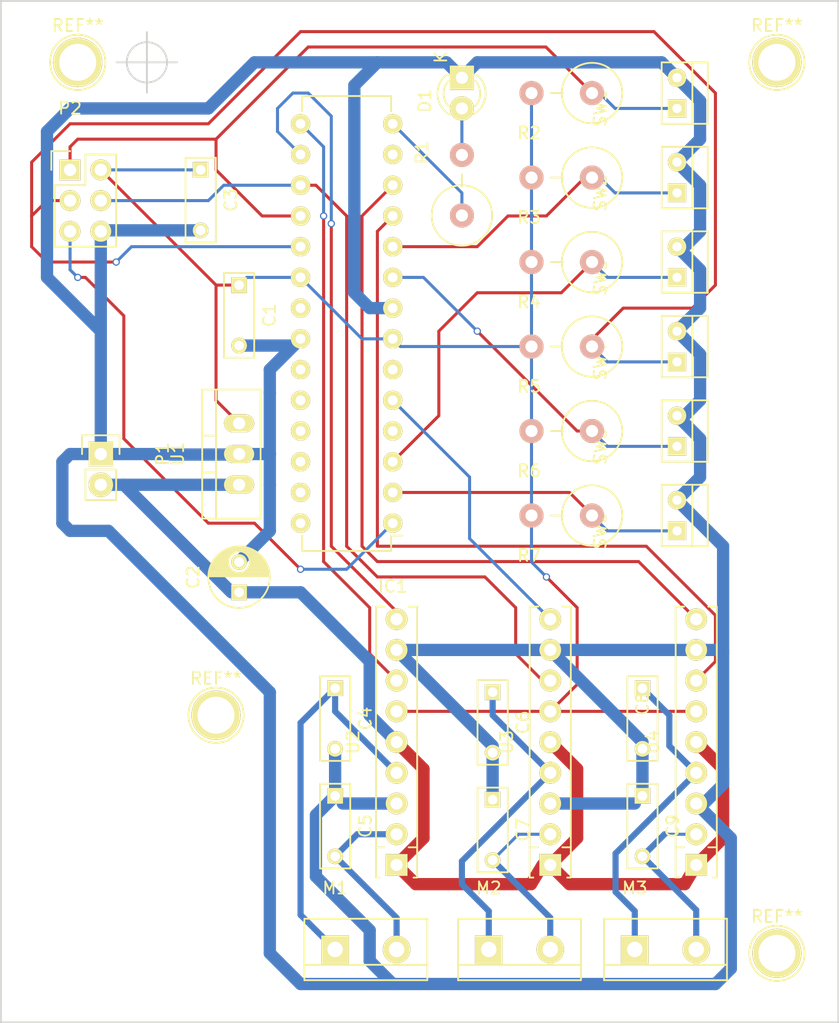
<source format=kicad_pcb>
(kicad_pcb (version 4) (host pcbnew 4.0.2-1.fc23-product)

  (general
    (links 84)
    (no_connects 0)
    (area 79.299999 93.269999 148.665001 177.875001)
    (thickness 1.6)
    (drawings 7)
    (tracks 292)
    (zones 0)
    (modules 37)
    (nets 35)
  )

  (page A4)
  (layers
    (0 F.Cu signal)
    (31 B.Cu signal)
    (32 B.Adhes user)
    (33 F.Adhes user)
    (34 B.Paste user)
    (35 F.Paste user)
    (36 B.SilkS user)
    (37 F.SilkS user)
    (38 B.Mask user)
    (39 F.Mask user)
    (40 Dwgs.User user)
    (41 Cmts.User user)
    (42 Eco1.User user)
    (43 Eco2.User user)
    (44 Edge.Cuts user)
    (45 Margin user)
    (46 B.CrtYd user)
    (47 F.CrtYd user)
    (48 B.Fab user)
    (49 F.Fab user)
  )

  (setup
    (last_trace_width 0.25)
    (trace_clearance 0.2)
    (zone_clearance 0.508)
    (zone_45_only no)
    (trace_min 0.2)
    (segment_width 0.2)
    (edge_width 0.15)
    (via_size 0.6)
    (via_drill 0.4)
    (via_min_size 0.4)
    (via_min_drill 0.3)
    (uvia_size 0.3)
    (uvia_drill 0.1)
    (uvias_allowed no)
    (uvia_min_size 0)
    (uvia_min_drill 0)
    (pcb_text_width 0.3)
    (pcb_text_size 1.5 1.5)
    (mod_edge_width 0.15)
    (mod_text_size 1 1)
    (mod_text_width 0.15)
    (pad_size 1.524 1.524)
    (pad_drill 0.762)
    (pad_to_mask_clearance 0.2)
    (aux_axis_origin 0 0)
    (visible_elements 7FFFFFFF)
    (pcbplotparams
      (layerselection 0x00000_80000000)
      (usegerberextensions false)
      (excludeedgelayer true)
      (linewidth 0.100000)
      (plotframeref false)
      (viasonmask false)
      (mode 1)
      (useauxorigin false)
      (hpglpennumber 1)
      (hpglpenspeed 20)
      (hpglpendiameter 15)
      (hpglpenoverlay 2)
      (psnegative false)
      (psa4output false)
      (plotreference true)
      (plotvalue true)
      (plotinvisibletext false)
      (padsonsilk false)
      (subtractmaskfromsilk false)
      (outputformat 4)
      (mirror false)
      (drillshape 0)
      (scaleselection 1)
      (outputdirectory "/home/otto/Taide/Elektroniset projektit/Svetilnik/test pcb/"))
  )

  (net 0 "")
  (net 1 +5V)
  (net 2 GND)
  (net 3 +12V)
  (net 4 "Net-(C4-Pad1)")
  (net 5 "Net-(C5-Pad2)")
  (net 6 "Net-(C6-Pad1)")
  (net 7 "Net-(C7-Pad2)")
  (net 8 "Net-(C8-Pad1)")
  (net 9 "Net-(C9-Pad2)")
  (net 10 "Net-(D1-Pad2)")
  (net 11 "Net-(IC1-Pad1)")
  (net 12 "Net-(IC1-Pad2)")
  (net 13 "Net-(IC1-Pad3)")
  (net 14 "Net-(IC1-Pad4)")
  (net 15 "Net-(IC1-Pad5)")
  (net 16 "Net-(IC1-Pad6)")
  (net 17 "Net-(IC1-Pad9)")
  (net 18 "Net-(IC1-Pad10)")
  (net 19 "Net-(IC1-Pad11)")
  (net 20 "Net-(IC1-Pad12)")
  (net 21 "Net-(IC1-Pad13)")
  (net 22 "Net-(IC1-Pad14)")
  (net 23 "Net-(IC1-Pad15)")
  (net 24 "Net-(IC1-Pad16)")
  (net 25 "Net-(IC1-Pad17)")
  (net 26 "Net-(IC1-Pad18)")
  (net 27 "Net-(IC1-Pad19)")
  (net 28 "Net-(IC1-Pad21)")
  (net 29 "Net-(IC1-Pad23)")
  (net 30 "Net-(IC1-Pad24)")
  (net 31 "Net-(IC1-Pad25)")
  (net 32 "Net-(IC1-Pad26)")
  (net 33 "Net-(IC1-Pad27)")
  (net 34 "Net-(IC1-Pad28)")

  (net_class Default "Tämä on oletuskytkentäverkkoluokka."
    (clearance 0.2)
    (trace_width 0.25)
    (via_dia 0.6)
    (via_drill 0.4)
    (uvia_dia 0.3)
    (uvia_drill 0.1)
    (add_net +12V)
    (add_net +5V)
    (add_net GND)
    (add_net "Net-(C4-Pad1)")
    (add_net "Net-(C5-Pad2)")
    (add_net "Net-(C6-Pad1)")
    (add_net "Net-(C7-Pad2)")
    (add_net "Net-(C8-Pad1)")
    (add_net "Net-(C9-Pad2)")
    (add_net "Net-(D1-Pad2)")
    (add_net "Net-(IC1-Pad1)")
    (add_net "Net-(IC1-Pad10)")
    (add_net "Net-(IC1-Pad11)")
    (add_net "Net-(IC1-Pad12)")
    (add_net "Net-(IC1-Pad13)")
    (add_net "Net-(IC1-Pad14)")
    (add_net "Net-(IC1-Pad15)")
    (add_net "Net-(IC1-Pad16)")
    (add_net "Net-(IC1-Pad17)")
    (add_net "Net-(IC1-Pad18)")
    (add_net "Net-(IC1-Pad19)")
    (add_net "Net-(IC1-Pad2)")
    (add_net "Net-(IC1-Pad21)")
    (add_net "Net-(IC1-Pad23)")
    (add_net "Net-(IC1-Pad24)")
    (add_net "Net-(IC1-Pad25)")
    (add_net "Net-(IC1-Pad26)")
    (add_net "Net-(IC1-Pad27)")
    (add_net "Net-(IC1-Pad28)")
    (add_net "Net-(IC1-Pad3)")
    (add_net "Net-(IC1-Pad4)")
    (add_net "Net-(IC1-Pad5)")
    (add_net "Net-(IC1-Pad6)")
    (add_net "Net-(IC1-Pad9)")
  )

  (module Housings_DIP:DIP-28_W7.62mm (layer F.Cu) (tedit 54130A77) (tstamp 574070DB)
    (at 111.76 136.525 180)
    (descr "28-lead dip package, row spacing 7.62 mm (300 mils)")
    (tags "dil dip 2.54 300")
    (path /5739BE65)
    (fp_text reference IC1 (at 0 -5.22 180) (layer F.SilkS)
      (effects (font (size 1 1) (thickness 0.15)))
    )
    (fp_text value ATMEGA88PA-P (at 0 -3.72 180) (layer F.Fab)
      (effects (font (size 1 1) (thickness 0.15)))
    )
    (fp_line (start -1.05 -2.45) (end -1.05 35.5) (layer F.CrtYd) (width 0.05))
    (fp_line (start 8.65 -2.45) (end 8.65 35.5) (layer F.CrtYd) (width 0.05))
    (fp_line (start -1.05 -2.45) (end 8.65 -2.45) (layer F.CrtYd) (width 0.05))
    (fp_line (start -1.05 35.5) (end 8.65 35.5) (layer F.CrtYd) (width 0.05))
    (fp_line (start 0.135 -2.295) (end 0.135 -1.025) (layer F.SilkS) (width 0.15))
    (fp_line (start 7.485 -2.295) (end 7.485 -1.025) (layer F.SilkS) (width 0.15))
    (fp_line (start 7.485 35.315) (end 7.485 34.045) (layer F.SilkS) (width 0.15))
    (fp_line (start 0.135 35.315) (end 0.135 34.045) (layer F.SilkS) (width 0.15))
    (fp_line (start 0.135 -2.295) (end 7.485 -2.295) (layer F.SilkS) (width 0.15))
    (fp_line (start 0.135 35.315) (end 7.485 35.315) (layer F.SilkS) (width 0.15))
    (fp_line (start 0.135 -1.025) (end -0.8 -1.025) (layer F.SilkS) (width 0.15))
    (pad 1 thru_hole oval (at 0 0 180) (size 1.6 1.6) (drill 0.8) (layers *.Cu *.Mask F.SilkS)
      (net 11 "Net-(IC1-Pad1)"))
    (pad 2 thru_hole oval (at 0 2.54 180) (size 1.6 1.6) (drill 0.8) (layers *.Cu *.Mask F.SilkS)
      (net 12 "Net-(IC1-Pad2)"))
    (pad 3 thru_hole oval (at 0 5.08 180) (size 1.6 1.6) (drill 0.8) (layers *.Cu *.Mask F.SilkS)
      (net 13 "Net-(IC1-Pad3)"))
    (pad 4 thru_hole oval (at 0 7.62 180) (size 1.6 1.6) (drill 0.8) (layers *.Cu *.Mask F.SilkS)
      (net 14 "Net-(IC1-Pad4)"))
    (pad 5 thru_hole oval (at 0 10.16 180) (size 1.6 1.6) (drill 0.8) (layers *.Cu *.Mask F.SilkS)
      (net 15 "Net-(IC1-Pad5)"))
    (pad 6 thru_hole oval (at 0 12.7 180) (size 1.6 1.6) (drill 0.8) (layers *.Cu *.Mask F.SilkS)
      (net 16 "Net-(IC1-Pad6)"))
    (pad 7 thru_hole oval (at 0 15.24 180) (size 1.6 1.6) (drill 0.8) (layers *.Cu *.Mask F.SilkS)
      (net 1 +5V))
    (pad 8 thru_hole oval (at 0 17.78 180) (size 1.6 1.6) (drill 0.8) (layers *.Cu *.Mask F.SilkS)
      (net 2 GND))
    (pad 9 thru_hole oval (at 0 20.32 180) (size 1.6 1.6) (drill 0.8) (layers *.Cu *.Mask F.SilkS)
      (net 17 "Net-(IC1-Pad9)"))
    (pad 10 thru_hole oval (at 0 22.86 180) (size 1.6 1.6) (drill 0.8) (layers *.Cu *.Mask F.SilkS)
      (net 18 "Net-(IC1-Pad10)"))
    (pad 11 thru_hole oval (at 0 25.4 180) (size 1.6 1.6) (drill 0.8) (layers *.Cu *.Mask F.SilkS)
      (net 19 "Net-(IC1-Pad11)"))
    (pad 12 thru_hole oval (at 0 27.94 180) (size 1.6 1.6) (drill 0.8) (layers *.Cu *.Mask F.SilkS)
      (net 20 "Net-(IC1-Pad12)"))
    (pad 13 thru_hole oval (at 0 30.48 180) (size 1.6 1.6) (drill 0.8) (layers *.Cu *.Mask F.SilkS)
      (net 21 "Net-(IC1-Pad13)"))
    (pad 14 thru_hole oval (at 0 33.02 180) (size 1.6 1.6) (drill 0.8) (layers *.Cu *.Mask F.SilkS)
      (net 22 "Net-(IC1-Pad14)"))
    (pad 15 thru_hole oval (at 7.62 33.02 180) (size 1.6 1.6) (drill 0.8) (layers *.Cu *.Mask F.SilkS)
      (net 23 "Net-(IC1-Pad15)"))
    (pad 16 thru_hole oval (at 7.62 30.48 180) (size 1.6 1.6) (drill 0.8) (layers *.Cu *.Mask F.SilkS)
      (net 24 "Net-(IC1-Pad16)"))
    (pad 17 thru_hole oval (at 7.62 27.94 180) (size 1.6 1.6) (drill 0.8) (layers *.Cu *.Mask F.SilkS)
      (net 25 "Net-(IC1-Pad17)"))
    (pad 18 thru_hole oval (at 7.62 25.4 180) (size 1.6 1.6) (drill 0.8) (layers *.Cu *.Mask F.SilkS)
      (net 26 "Net-(IC1-Pad18)"))
    (pad 19 thru_hole oval (at 7.62 22.86 180) (size 1.6 1.6) (drill 0.8) (layers *.Cu *.Mask F.SilkS)
      (net 27 "Net-(IC1-Pad19)"))
    (pad 20 thru_hole oval (at 7.62 20.32 180) (size 1.6 1.6) (drill 0.8) (layers *.Cu *.Mask F.SilkS)
      (net 1 +5V))
    (pad 21 thru_hole oval (at 7.62 17.78 180) (size 1.6 1.6) (drill 0.8) (layers *.Cu *.Mask F.SilkS)
      (net 28 "Net-(IC1-Pad21)"))
    (pad 22 thru_hole oval (at 7.62 15.24 180) (size 1.6 1.6) (drill 0.8) (layers *.Cu *.Mask F.SilkS)
      (net 2 GND))
    (pad 23 thru_hole oval (at 7.62 12.7 180) (size 1.6 1.6) (drill 0.8) (layers *.Cu *.Mask F.SilkS)
      (net 29 "Net-(IC1-Pad23)"))
    (pad 24 thru_hole oval (at 7.62 10.16 180) (size 1.6 1.6) (drill 0.8) (layers *.Cu *.Mask F.SilkS)
      (net 30 "Net-(IC1-Pad24)"))
    (pad 25 thru_hole oval (at 7.62 7.62 180) (size 1.6 1.6) (drill 0.8) (layers *.Cu *.Mask F.SilkS)
      (net 31 "Net-(IC1-Pad25)"))
    (pad 26 thru_hole oval (at 7.62 5.08 180) (size 1.6 1.6) (drill 0.8) (layers *.Cu *.Mask F.SilkS)
      (net 32 "Net-(IC1-Pad26)"))
    (pad 27 thru_hole oval (at 7.62 2.54 180) (size 1.6 1.6) (drill 0.8) (layers *.Cu *.Mask F.SilkS)
      (net 33 "Net-(IC1-Pad27)"))
    (pad 28 thru_hole oval (at 7.62 0 180) (size 1.6 1.6) (drill 0.8) (layers *.Cu *.Mask F.SilkS)
      (net 34 "Net-(IC1-Pad28)"))
    (model Housings_DIP.3dshapes/DIP-28_W7.62mm.wrl
      (at (xyz 0 0 0))
      (scale (xyz 1 1 1))
      (rotate (xyz 0 0 0))
    )
  )

  (module Resistors_ThroughHole:Resistor_Vertical_RM5mm (layer F.Cu) (tedit 0) (tstamp 57407112)
    (at 117.475 108.585 90)
    (descr "Resistor, Vertical, RM 5mm, 1/3W,")
    (tags "Resistor, Vertical, RM 5mm, 1/3W,")
    (path /573AFB8D)
    (fp_text reference R1 (at 2.70002 -3.29946 90) (layer F.SilkS)
      (effects (font (size 1 1) (thickness 0.15)))
    )
    (fp_text value "1 k" (at 0 4.50088 90) (layer F.Fab)
      (effects (font (size 1 1) (thickness 0.15)))
    )
    (fp_line (start -0.09906 0) (end 0.9017 0) (layer F.SilkS) (width 0.15))
    (fp_circle (center -2.49936 0) (end 0 0) (layer F.SilkS) (width 0.15))
    (pad 1 thru_hole circle (at -2.49936 0 90) (size 1.99898 1.99898) (drill 1.00076) (layers *.Cu *.SilkS *.Mask)
      (net 22 "Net-(IC1-Pad14)"))
    (pad 2 thru_hole circle (at 2.5019 0 90) (size 1.99898 1.99898) (drill 1.00076) (layers *.Cu *.SilkS *.Mask)
      (net 10 "Net-(D1-Pad2)"))
  )

  (module Capacitors_ThroughHole:C_Rect_L7_W2.5_P5 (layer F.Cu) (tedit 0) (tstamp 57407085)
    (at 99.06 116.84 270)
    (descr "Film Capacitor Length 7mm x Width 2.5mm, Pitch 5mm")
    (tags Capacitor)
    (path /573AF64E)
    (fp_text reference C1 (at 2.5 -2.5 270) (layer F.SilkS)
      (effects (font (size 1 1) (thickness 0.15)))
    )
    (fp_text value "100 nF" (at 2.5 2.5 270) (layer F.Fab)
      (effects (font (size 1 1) (thickness 0.15)))
    )
    (fp_line (start -1.25 -1.5) (end 6.25 -1.5) (layer F.CrtYd) (width 0.05))
    (fp_line (start 6.25 -1.5) (end 6.25 1.5) (layer F.CrtYd) (width 0.05))
    (fp_line (start 6.25 1.5) (end -1.25 1.5) (layer F.CrtYd) (width 0.05))
    (fp_line (start -1.25 1.5) (end -1.25 -1.5) (layer F.CrtYd) (width 0.05))
    (fp_line (start -1 -1.25) (end 6 -1.25) (layer F.SilkS) (width 0.15))
    (fp_line (start 6 -1.25) (end 6 1.25) (layer F.SilkS) (width 0.15))
    (fp_line (start 6 1.25) (end -1 1.25) (layer F.SilkS) (width 0.15))
    (fp_line (start -1 1.25) (end -1 -1.25) (layer F.SilkS) (width 0.15))
    (pad 1 thru_hole rect (at 0 0 270) (size 1.3 1.3) (drill 0.8) (layers *.Cu *.Mask F.SilkS)
      (net 1 +5V))
    (pad 2 thru_hole circle (at 5 0 270) (size 1.3 1.3) (drill 0.8) (layers *.Cu *.Mask F.SilkS)
      (net 2 GND))
  )

  (module Capacitors_ThroughHole:C_Radial_D5_L6_P2.5 (layer F.Cu) (tedit 0) (tstamp 5740708B)
    (at 99.06 142.24 90)
    (descr "Radial Electrolytic Capacitor Diameter 5mm x Length 6mm, Pitch 2.5mm")
    (tags "Electrolytic Capacitor")
    (path /573C3E13)
    (fp_text reference C2 (at 1.25 -3.8 90) (layer F.SilkS)
      (effects (font (size 1 1) (thickness 0.15)))
    )
    (fp_text value "1 uF" (at 1.25 3.8 90) (layer F.Fab)
      (effects (font (size 1 1) (thickness 0.15)))
    )
    (fp_line (start 1.325 -2.499) (end 1.325 2.499) (layer F.SilkS) (width 0.15))
    (fp_line (start 1.465 -2.491) (end 1.465 2.491) (layer F.SilkS) (width 0.15))
    (fp_line (start 1.605 -2.475) (end 1.605 -0.095) (layer F.SilkS) (width 0.15))
    (fp_line (start 1.605 0.095) (end 1.605 2.475) (layer F.SilkS) (width 0.15))
    (fp_line (start 1.745 -2.451) (end 1.745 -0.49) (layer F.SilkS) (width 0.15))
    (fp_line (start 1.745 0.49) (end 1.745 2.451) (layer F.SilkS) (width 0.15))
    (fp_line (start 1.885 -2.418) (end 1.885 -0.657) (layer F.SilkS) (width 0.15))
    (fp_line (start 1.885 0.657) (end 1.885 2.418) (layer F.SilkS) (width 0.15))
    (fp_line (start 2.025 -2.377) (end 2.025 -0.764) (layer F.SilkS) (width 0.15))
    (fp_line (start 2.025 0.764) (end 2.025 2.377) (layer F.SilkS) (width 0.15))
    (fp_line (start 2.165 -2.327) (end 2.165 -0.835) (layer F.SilkS) (width 0.15))
    (fp_line (start 2.165 0.835) (end 2.165 2.327) (layer F.SilkS) (width 0.15))
    (fp_line (start 2.305 -2.266) (end 2.305 -0.879) (layer F.SilkS) (width 0.15))
    (fp_line (start 2.305 0.879) (end 2.305 2.266) (layer F.SilkS) (width 0.15))
    (fp_line (start 2.445 -2.196) (end 2.445 -0.898) (layer F.SilkS) (width 0.15))
    (fp_line (start 2.445 0.898) (end 2.445 2.196) (layer F.SilkS) (width 0.15))
    (fp_line (start 2.585 -2.114) (end 2.585 -0.896) (layer F.SilkS) (width 0.15))
    (fp_line (start 2.585 0.896) (end 2.585 2.114) (layer F.SilkS) (width 0.15))
    (fp_line (start 2.725 -2.019) (end 2.725 -0.871) (layer F.SilkS) (width 0.15))
    (fp_line (start 2.725 0.871) (end 2.725 2.019) (layer F.SilkS) (width 0.15))
    (fp_line (start 2.865 -1.908) (end 2.865 -0.823) (layer F.SilkS) (width 0.15))
    (fp_line (start 2.865 0.823) (end 2.865 1.908) (layer F.SilkS) (width 0.15))
    (fp_line (start 3.005 -1.78) (end 3.005 -0.745) (layer F.SilkS) (width 0.15))
    (fp_line (start 3.005 0.745) (end 3.005 1.78) (layer F.SilkS) (width 0.15))
    (fp_line (start 3.145 -1.631) (end 3.145 -0.628) (layer F.SilkS) (width 0.15))
    (fp_line (start 3.145 0.628) (end 3.145 1.631) (layer F.SilkS) (width 0.15))
    (fp_line (start 3.285 -1.452) (end 3.285 -0.44) (layer F.SilkS) (width 0.15))
    (fp_line (start 3.285 0.44) (end 3.285 1.452) (layer F.SilkS) (width 0.15))
    (fp_line (start 3.425 -1.233) (end 3.425 1.233) (layer F.SilkS) (width 0.15))
    (fp_line (start 3.565 -0.944) (end 3.565 0.944) (layer F.SilkS) (width 0.15))
    (fp_line (start 3.705 -0.472) (end 3.705 0.472) (layer F.SilkS) (width 0.15))
    (fp_circle (center 2.5 0) (end 2.5 -0.9) (layer F.SilkS) (width 0.15))
    (fp_circle (center 1.25 0) (end 1.25 -2.5375) (layer F.SilkS) (width 0.15))
    (fp_circle (center 1.25 0) (end 1.25 -2.8) (layer F.CrtYd) (width 0.05))
    (pad 1 thru_hole rect (at 0 0 90) (size 1.3 1.3) (drill 0.8) (layers *.Cu *.Mask F.SilkS)
      (net 3 +12V))
    (pad 2 thru_hole circle (at 2.5 0 90) (size 1.3 1.3) (drill 0.8) (layers *.Cu *.Mask F.SilkS)
      (net 2 GND))
    (model Capacitors_ThroughHole.3dshapes/C_Radial_D5_L6_P2.5.wrl
      (at (xyz 0.0492126 0 0))
      (scale (xyz 1 1 1))
      (rotate (xyz 0 0 90))
    )
  )

  (module Capacitors_ThroughHole:C_Rect_L7_W2.5_P5 (layer F.Cu) (tedit 0) (tstamp 57407091)
    (at 95.885 107.315 270)
    (descr "Film Capacitor Length 7mm x Width 2.5mm, Pitch 5mm")
    (tags Capacitor)
    (path /573C3D9C)
    (fp_text reference C3 (at 2.5 -2.5 270) (layer F.SilkS)
      (effects (font (size 1 1) (thickness 0.15)))
    )
    (fp_text value "100 nF" (at 2.5 2.5 270) (layer F.Fab)
      (effects (font (size 1 1) (thickness 0.15)))
    )
    (fp_line (start -1.25 -1.5) (end 6.25 -1.5) (layer F.CrtYd) (width 0.05))
    (fp_line (start 6.25 -1.5) (end 6.25 1.5) (layer F.CrtYd) (width 0.05))
    (fp_line (start 6.25 1.5) (end -1.25 1.5) (layer F.CrtYd) (width 0.05))
    (fp_line (start -1.25 1.5) (end -1.25 -1.5) (layer F.CrtYd) (width 0.05))
    (fp_line (start -1 -1.25) (end 6 -1.25) (layer F.SilkS) (width 0.15))
    (fp_line (start 6 -1.25) (end 6 1.25) (layer F.SilkS) (width 0.15))
    (fp_line (start 6 1.25) (end -1 1.25) (layer F.SilkS) (width 0.15))
    (fp_line (start -1 1.25) (end -1 -1.25) (layer F.SilkS) (width 0.15))
    (pad 1 thru_hole rect (at 0 0 270) (size 1.3 1.3) (drill 0.8) (layers *.Cu *.Mask F.SilkS)
      (net 1 +5V))
    (pad 2 thru_hole circle (at 5 0 270) (size 1.3 1.3) (drill 0.8) (layers *.Cu *.Mask F.SilkS)
      (net 2 GND))
  )

  (module Capacitors_ThroughHole:C_Rect_L7_W2.5_P5 (layer F.Cu) (tedit 0) (tstamp 57407097)
    (at 106.9975 150.1775 270)
    (descr "Film Capacitor Length 7mm x Width 2.5mm, Pitch 5mm")
    (tags Capacitor)
    (path /5739C1EE)
    (fp_text reference C4 (at 2.5 -2.5 270) (layer F.SilkS)
      (effects (font (size 1 1) (thickness 0.15)))
    )
    (fp_text value "10 nF" (at 2.5 2.5 270) (layer F.Fab)
      (effects (font (size 1 1) (thickness 0.15)))
    )
    (fp_line (start -1.25 -1.5) (end 6.25 -1.5) (layer F.CrtYd) (width 0.05))
    (fp_line (start 6.25 -1.5) (end 6.25 1.5) (layer F.CrtYd) (width 0.05))
    (fp_line (start 6.25 1.5) (end -1.25 1.5) (layer F.CrtYd) (width 0.05))
    (fp_line (start -1.25 1.5) (end -1.25 -1.5) (layer F.CrtYd) (width 0.05))
    (fp_line (start -1 -1.25) (end 6 -1.25) (layer F.SilkS) (width 0.15))
    (fp_line (start 6 -1.25) (end 6 1.25) (layer F.SilkS) (width 0.15))
    (fp_line (start 6 1.25) (end -1 1.25) (layer F.SilkS) (width 0.15))
    (fp_line (start -1 1.25) (end -1 -1.25) (layer F.SilkS) (width 0.15))
    (pad 1 thru_hole rect (at 0 0 270) (size 1.3 1.3) (drill 0.8) (layers *.Cu *.Mask F.SilkS)
      (net 4 "Net-(C4-Pad1)"))
    (pad 2 thru_hole circle (at 5 0 270) (size 1.3 1.3) (drill 0.8) (layers *.Cu *.Mask F.SilkS)
      (net 2 GND))
  )

  (module Capacitors_ThroughHole:C_Rect_L7_W2.5_P5 (layer F.Cu) (tedit 0) (tstamp 5740709D)
    (at 106.9975 159.0675 270)
    (descr "Film Capacitor Length 7mm x Width 2.5mm, Pitch 5mm")
    (tags Capacitor)
    (path /5739C247)
    (fp_text reference C5 (at 2.5 -2.5 270) (layer F.SilkS)
      (effects (font (size 1 1) (thickness 0.15)))
    )
    (fp_text value "10 nF" (at 2.5 2.5 270) (layer F.Fab)
      (effects (font (size 1 1) (thickness 0.15)))
    )
    (fp_line (start -1.25 -1.5) (end 6.25 -1.5) (layer F.CrtYd) (width 0.05))
    (fp_line (start 6.25 -1.5) (end 6.25 1.5) (layer F.CrtYd) (width 0.05))
    (fp_line (start 6.25 1.5) (end -1.25 1.5) (layer F.CrtYd) (width 0.05))
    (fp_line (start -1.25 1.5) (end -1.25 -1.5) (layer F.CrtYd) (width 0.05))
    (fp_line (start -1 -1.25) (end 6 -1.25) (layer F.SilkS) (width 0.15))
    (fp_line (start 6 -1.25) (end 6 1.25) (layer F.SilkS) (width 0.15))
    (fp_line (start 6 1.25) (end -1 1.25) (layer F.SilkS) (width 0.15))
    (fp_line (start -1 1.25) (end -1 -1.25) (layer F.SilkS) (width 0.15))
    (pad 1 thru_hole rect (at 0 0 270) (size 1.3 1.3) (drill 0.8) (layers *.Cu *.Mask F.SilkS)
      (net 2 GND))
    (pad 2 thru_hole circle (at 5 0 270) (size 1.3 1.3) (drill 0.8) (layers *.Cu *.Mask F.SilkS)
      (net 5 "Net-(C5-Pad2)"))
  )

  (module Capacitors_ThroughHole:C_Rect_L7_W2.5_P5 (layer F.Cu) (tedit 0) (tstamp 574070A3)
    (at 120.015 150.495 270)
    (descr "Film Capacitor Length 7mm x Width 2.5mm, Pitch 5mm")
    (tags Capacitor)
    (path /5739CBD1)
    (fp_text reference C6 (at 2.5 -2.5 270) (layer F.SilkS)
      (effects (font (size 1 1) (thickness 0.15)))
    )
    (fp_text value "10 nF" (at 2.5 2.5 270) (layer F.Fab)
      (effects (font (size 1 1) (thickness 0.15)))
    )
    (fp_line (start -1.25 -1.5) (end 6.25 -1.5) (layer F.CrtYd) (width 0.05))
    (fp_line (start 6.25 -1.5) (end 6.25 1.5) (layer F.CrtYd) (width 0.05))
    (fp_line (start 6.25 1.5) (end -1.25 1.5) (layer F.CrtYd) (width 0.05))
    (fp_line (start -1.25 1.5) (end -1.25 -1.5) (layer F.CrtYd) (width 0.05))
    (fp_line (start -1 -1.25) (end 6 -1.25) (layer F.SilkS) (width 0.15))
    (fp_line (start 6 -1.25) (end 6 1.25) (layer F.SilkS) (width 0.15))
    (fp_line (start 6 1.25) (end -1 1.25) (layer F.SilkS) (width 0.15))
    (fp_line (start -1 1.25) (end -1 -1.25) (layer F.SilkS) (width 0.15))
    (pad 1 thru_hole rect (at 0 0 270) (size 1.3 1.3) (drill 0.8) (layers *.Cu *.Mask F.SilkS)
      (net 6 "Net-(C6-Pad1)"))
    (pad 2 thru_hole circle (at 5 0 270) (size 1.3 1.3) (drill 0.8) (layers *.Cu *.Mask F.SilkS)
      (net 2 GND))
  )

  (module Capacitors_ThroughHole:C_Rect_L7_W2.5_P5 (layer F.Cu) (tedit 0) (tstamp 574070A9)
    (at 120.015 159.385 270)
    (descr "Film Capacitor Length 7mm x Width 2.5mm, Pitch 5mm")
    (tags Capacitor)
    (path /5739CBD7)
    (fp_text reference C7 (at 2.5 -2.5 270) (layer F.SilkS)
      (effects (font (size 1 1) (thickness 0.15)))
    )
    (fp_text value "10 nF" (at 2.5 2.5 270) (layer F.Fab)
      (effects (font (size 1 1) (thickness 0.15)))
    )
    (fp_line (start -1.25 -1.5) (end 6.25 -1.5) (layer F.CrtYd) (width 0.05))
    (fp_line (start 6.25 -1.5) (end 6.25 1.5) (layer F.CrtYd) (width 0.05))
    (fp_line (start 6.25 1.5) (end -1.25 1.5) (layer F.CrtYd) (width 0.05))
    (fp_line (start -1.25 1.5) (end -1.25 -1.5) (layer F.CrtYd) (width 0.05))
    (fp_line (start -1 -1.25) (end 6 -1.25) (layer F.SilkS) (width 0.15))
    (fp_line (start 6 -1.25) (end 6 1.25) (layer F.SilkS) (width 0.15))
    (fp_line (start 6 1.25) (end -1 1.25) (layer F.SilkS) (width 0.15))
    (fp_line (start -1 1.25) (end -1 -1.25) (layer F.SilkS) (width 0.15))
    (pad 1 thru_hole rect (at 0 0 270) (size 1.3 1.3) (drill 0.8) (layers *.Cu *.Mask F.SilkS)
      (net 2 GND))
    (pad 2 thru_hole circle (at 5 0 270) (size 1.3 1.3) (drill 0.8) (layers *.Cu *.Mask F.SilkS)
      (net 7 "Net-(C7-Pad2)"))
  )

  (module Capacitors_ThroughHole:C_Rect_L7_W2.5_P5 (layer F.Cu) (tedit 57407074) (tstamp 574070AF)
    (at 132.3975 150.1775 270)
    (descr "Film Capacitor Length 7mm x Width 2.5mm, Pitch 5mm")
    (tags Capacitor)
    (path /5739CE1D)
    (fp_text reference C8 (at 1.27 0 270) (layer F.SilkS)
      (effects (font (size 1 1) (thickness 0.15)))
    )
    (fp_text value "10 nF" (at 2.5 2.5 450) (layer F.Fab)
      (effects (font (size 1 1) (thickness 0.15)))
    )
    (fp_line (start -1.25 -1.5) (end 6.25 -1.5) (layer F.CrtYd) (width 0.05))
    (fp_line (start 6.25 -1.5) (end 6.25 1.5) (layer F.CrtYd) (width 0.05))
    (fp_line (start 6.25 1.5) (end -1.25 1.5) (layer F.CrtYd) (width 0.05))
    (fp_line (start -1.25 1.5) (end -1.25 -1.5) (layer F.CrtYd) (width 0.05))
    (fp_line (start -1 -1.25) (end 6 -1.25) (layer F.SilkS) (width 0.15))
    (fp_line (start 6 -1.25) (end 6 1.25) (layer F.SilkS) (width 0.15))
    (fp_line (start 6 1.25) (end -1 1.25) (layer F.SilkS) (width 0.15))
    (fp_line (start -1 1.25) (end -1 -1.25) (layer F.SilkS) (width 0.15))
    (pad 1 thru_hole rect (at 0 0 270) (size 1.3 1.3) (drill 0.8) (layers *.Cu *.Mask F.SilkS)
      (net 8 "Net-(C8-Pad1)"))
    (pad 2 thru_hole circle (at 5 0 270) (size 1.3 1.3) (drill 0.8) (layers *.Cu *.Mask F.SilkS)
      (net 2 GND))
  )

  (module Capacitors_ThroughHole:C_Rect_L7_W2.5_P5 (layer F.Cu) (tedit 0) (tstamp 574070B5)
    (at 132.3975 159.0675 270)
    (descr "Film Capacitor Length 7mm x Width 2.5mm, Pitch 5mm")
    (tags Capacitor)
    (path /5739CE23)
    (fp_text reference C9 (at 2.5 -2.5 270) (layer F.SilkS)
      (effects (font (size 1 1) (thickness 0.15)))
    )
    (fp_text value "10 nF" (at 2.5 2.5 270) (layer F.Fab)
      (effects (font (size 1 1) (thickness 0.15)))
    )
    (fp_line (start -1.25 -1.5) (end 6.25 -1.5) (layer F.CrtYd) (width 0.05))
    (fp_line (start 6.25 -1.5) (end 6.25 1.5) (layer F.CrtYd) (width 0.05))
    (fp_line (start 6.25 1.5) (end -1.25 1.5) (layer F.CrtYd) (width 0.05))
    (fp_line (start -1.25 1.5) (end -1.25 -1.5) (layer F.CrtYd) (width 0.05))
    (fp_line (start -1 -1.25) (end 6 -1.25) (layer F.SilkS) (width 0.15))
    (fp_line (start 6 -1.25) (end 6 1.25) (layer F.SilkS) (width 0.15))
    (fp_line (start 6 1.25) (end -1 1.25) (layer F.SilkS) (width 0.15))
    (fp_line (start -1 1.25) (end -1 -1.25) (layer F.SilkS) (width 0.15))
    (pad 1 thru_hole rect (at 0 0 270) (size 1.3 1.3) (drill 0.8) (layers *.Cu *.Mask F.SilkS)
      (net 2 GND))
    (pad 2 thru_hole circle (at 5 0 270) (size 1.3 1.3) (drill 0.8) (layers *.Cu *.Mask F.SilkS)
      (net 9 "Net-(C9-Pad2)"))
  )

  (module LEDs:LED-3MM (layer F.Cu) (tedit 559B82F6) (tstamp 574070BB)
    (at 117.475 99.695 270)
    (descr "LED 3mm round vertical")
    (tags "LED  3mm round vertical")
    (path /573AFC00)
    (fp_text reference D1 (at 1.91 3.06 270) (layer F.SilkS)
      (effects (font (size 1 1) (thickness 0.15)))
    )
    (fp_text value LED (at 1.3 -2.9 270) (layer F.Fab)
      (effects (font (size 1 1) (thickness 0.15)))
    )
    (fp_line (start -1.2 2.3) (end 3.8 2.3) (layer F.CrtYd) (width 0.05))
    (fp_line (start 3.8 2.3) (end 3.8 -2.2) (layer F.CrtYd) (width 0.05))
    (fp_line (start 3.8 -2.2) (end -1.2 -2.2) (layer F.CrtYd) (width 0.05))
    (fp_line (start -1.2 -2.2) (end -1.2 2.3) (layer F.CrtYd) (width 0.05))
    (fp_line (start -0.199 1.314) (end -0.199 1.114) (layer F.SilkS) (width 0.15))
    (fp_line (start -0.199 -1.28) (end -0.199 -1.1) (layer F.SilkS) (width 0.15))
    (fp_arc (start 1.301 0.034) (end -0.199 -1.286) (angle 108.5) (layer F.SilkS) (width 0.15))
    (fp_arc (start 1.301 0.034) (end 0.25 -1.1) (angle 85.7) (layer F.SilkS) (width 0.15))
    (fp_arc (start 1.311 0.034) (end 3.051 0.994) (angle 110) (layer F.SilkS) (width 0.15))
    (fp_arc (start 1.301 0.034) (end 2.335 1.094) (angle 87.5) (layer F.SilkS) (width 0.15))
    (fp_text user K (at -1.69 1.74 270) (layer F.SilkS)
      (effects (font (size 1 1) (thickness 0.15)))
    )
    (pad 1 thru_hole rect (at 0 0) (size 2 2) (drill 1.00076) (layers *.Cu *.Mask F.SilkS)
      (net 2 GND))
    (pad 2 thru_hole circle (at 2.54 0 270) (size 2 2) (drill 1.00076) (layers *.Cu *.Mask F.SilkS)
      (net 10 "Net-(D1-Pad2)"))
    (model LEDs.3dshapes/LED-3MM.wrl
      (at (xyz 0.05 0 0))
      (scale (xyz 1 1 1))
      (rotate (xyz 0 0 90))
    )
  )

  (module "Oturpe footprints:Big_green_chocolade_1x2" (layer F.Cu) (tedit 57404C2E) (tstamp 574070E6)
    (at 106.9975 171.7675)
    (path /5739C18C)
    (fp_text reference M1 (at 0 -5.08) (layer F.SilkS)
      (effects (font (size 1 1) (thickness 0.15)))
    )
    (fp_text value DC_motor (at 0 -3.81) (layer F.Fab)
      (effects (font (size 1 1) (thickness 0.15)))
    )
    (fp_line (start -2.54 1.27) (end 7.62 1.27) (layer F.SilkS) (width 0.15))
    (fp_line (start -2.54 -2.54) (end 7.62 -2.54) (layer F.SilkS) (width 0.15))
    (fp_line (start 7.62 -2.54) (end 7.62 2.54) (layer F.SilkS) (width 0.15))
    (fp_line (start 7.62 2.54) (end -2.54 2.54) (layer F.SilkS) (width 0.15))
    (fp_line (start -2.54 2.54) (end -2.54 -2.54) (layer F.SilkS) (width 0.15))
    (pad 1 thru_hole rect (at 0 0) (size 2.286 2.286) (drill 1.27) (layers *.Cu *.Mask F.SilkS)
      (net 4 "Net-(C4-Pad1)"))
    (pad 2 thru_hole circle (at 5.08 0) (size 2.286 2.286) (drill 1.27) (layers *.Cu *.Mask F.SilkS)
      (net 5 "Net-(C5-Pad2)"))
  )

  (module "Oturpe footprints:Big_green_chocolade_1x2" (layer F.Cu) (tedit 57404C2E) (tstamp 574070F1)
    (at 119.6975 171.7675)
    (path /5739CBCB)
    (fp_text reference M2 (at 0 -5.08) (layer F.SilkS)
      (effects (font (size 1 1) (thickness 0.15)))
    )
    (fp_text value DC_motor (at 0 -3.81) (layer F.Fab)
      (effects (font (size 1 1) (thickness 0.15)))
    )
    (fp_line (start -2.54 1.27) (end 7.62 1.27) (layer F.SilkS) (width 0.15))
    (fp_line (start -2.54 -2.54) (end 7.62 -2.54) (layer F.SilkS) (width 0.15))
    (fp_line (start 7.62 -2.54) (end 7.62 2.54) (layer F.SilkS) (width 0.15))
    (fp_line (start 7.62 2.54) (end -2.54 2.54) (layer F.SilkS) (width 0.15))
    (fp_line (start -2.54 2.54) (end -2.54 -2.54) (layer F.SilkS) (width 0.15))
    (pad 1 thru_hole rect (at 0 0) (size 2.286 2.286) (drill 1.27) (layers *.Cu *.Mask F.SilkS)
      (net 6 "Net-(C6-Pad1)"))
    (pad 2 thru_hole circle (at 5.08 0) (size 2.286 2.286) (drill 1.27) (layers *.Cu *.Mask F.SilkS)
      (net 7 "Net-(C7-Pad2)"))
  )

  (module "Oturpe footprints:Big_green_chocolade_1x2" (layer F.Cu) (tedit 57404C2E) (tstamp 574070FC)
    (at 131.7625 171.7675)
    (path /5739CE17)
    (fp_text reference M3 (at 0 -5.08) (layer F.SilkS)
      (effects (font (size 1 1) (thickness 0.15)))
    )
    (fp_text value DC_motor (at 0 -3.81) (layer F.Fab)
      (effects (font (size 1 1) (thickness 0.15)))
    )
    (fp_line (start -2.54 1.27) (end 7.62 1.27) (layer F.SilkS) (width 0.15))
    (fp_line (start -2.54 -2.54) (end 7.62 -2.54) (layer F.SilkS) (width 0.15))
    (fp_line (start 7.62 -2.54) (end 7.62 2.54) (layer F.SilkS) (width 0.15))
    (fp_line (start 7.62 2.54) (end -2.54 2.54) (layer F.SilkS) (width 0.15))
    (fp_line (start -2.54 2.54) (end -2.54 -2.54) (layer F.SilkS) (width 0.15))
    (pad 1 thru_hole rect (at 0 0) (size 2.286 2.286) (drill 1.27) (layers *.Cu *.Mask F.SilkS)
      (net 8 "Net-(C8-Pad1)"))
    (pad 2 thru_hole circle (at 5.08 0) (size 2.286 2.286) (drill 1.27) (layers *.Cu *.Mask F.SilkS)
      (net 9 "Net-(C9-Pad2)"))
  )

  (module Socket_Strips:Socket_Strip_Straight_1x02 (layer F.Cu) (tedit 54E9F75E) (tstamp 57407102)
    (at 87.63 130.81 270)
    (descr "Through hole socket strip")
    (tags "socket strip")
    (path /57404E3E)
    (fp_text reference P1 (at 0 -5.1 270) (layer F.SilkS)
      (effects (font (size 1 1) (thickness 0.15)))
    )
    (fp_text value "Power connector" (at 0 -3.1 270) (layer F.Fab)
      (effects (font (size 1 1) (thickness 0.15)))
    )
    (fp_line (start -1.55 1.55) (end 0 1.55) (layer F.SilkS) (width 0.15))
    (fp_line (start 3.81 1.27) (end 1.27 1.27) (layer F.SilkS) (width 0.15))
    (fp_line (start -1.75 -1.75) (end -1.75 1.75) (layer F.CrtYd) (width 0.05))
    (fp_line (start 4.3 -1.75) (end 4.3 1.75) (layer F.CrtYd) (width 0.05))
    (fp_line (start -1.75 -1.75) (end 4.3 -1.75) (layer F.CrtYd) (width 0.05))
    (fp_line (start -1.75 1.75) (end 4.3 1.75) (layer F.CrtYd) (width 0.05))
    (fp_line (start 1.27 1.27) (end 1.27 -1.27) (layer F.SilkS) (width 0.15))
    (fp_line (start 0 -1.55) (end -1.55 -1.55) (layer F.SilkS) (width 0.15))
    (fp_line (start -1.55 -1.55) (end -1.55 1.55) (layer F.SilkS) (width 0.15))
    (fp_line (start 1.27 -1.27) (end 3.81 -1.27) (layer F.SilkS) (width 0.15))
    (fp_line (start 3.81 -1.27) (end 3.81 1.27) (layer F.SilkS) (width 0.15))
    (pad 1 thru_hole rect (at 0 0 270) (size 2.032 2.032) (drill 1.016) (layers *.Cu *.Mask F.SilkS)
      (net 2 GND))
    (pad 2 thru_hole oval (at 2.54 0 270) (size 2.032 2.032) (drill 1.016) (layers *.Cu *.Mask F.SilkS)
      (net 3 +12V))
    (model Socket_Strips.3dshapes/Socket_Strip_Straight_1x02.wrl
      (at (xyz 0.05 0 0))
      (scale (xyz 1 1 1))
      (rotate (xyz 0 0 180))
    )
  )

  (module Pin_Headers:Pin_Header_Straight_2x03 (layer F.Cu) (tedit 54EA0A4B) (tstamp 5740710C)
    (at 85.09 107.315)
    (descr "Through hole pin header")
    (tags "pin header")
    (path /5740639A)
    (fp_text reference P2 (at 0 -5.1) (layer F.SilkS)
      (effects (font (size 1 1) (thickness 0.15)))
    )
    (fp_text value "ISP interface" (at 0 -3.1) (layer F.Fab)
      (effects (font (size 1 1) (thickness 0.15)))
    )
    (fp_line (start -1.27 1.27) (end -1.27 6.35) (layer F.SilkS) (width 0.15))
    (fp_line (start -1.55 -1.55) (end 0 -1.55) (layer F.SilkS) (width 0.15))
    (fp_line (start -1.75 -1.75) (end -1.75 6.85) (layer F.CrtYd) (width 0.05))
    (fp_line (start 4.3 -1.75) (end 4.3 6.85) (layer F.CrtYd) (width 0.05))
    (fp_line (start -1.75 -1.75) (end 4.3 -1.75) (layer F.CrtYd) (width 0.05))
    (fp_line (start -1.75 6.85) (end 4.3 6.85) (layer F.CrtYd) (width 0.05))
    (fp_line (start 1.27 -1.27) (end 1.27 1.27) (layer F.SilkS) (width 0.15))
    (fp_line (start 1.27 1.27) (end -1.27 1.27) (layer F.SilkS) (width 0.15))
    (fp_line (start -1.27 6.35) (end 3.81 6.35) (layer F.SilkS) (width 0.15))
    (fp_line (start 3.81 6.35) (end 3.81 1.27) (layer F.SilkS) (width 0.15))
    (fp_line (start -1.55 -1.55) (end -1.55 0) (layer F.SilkS) (width 0.15))
    (fp_line (start 3.81 -1.27) (end 1.27 -1.27) (layer F.SilkS) (width 0.15))
    (fp_line (start 3.81 1.27) (end 3.81 -1.27) (layer F.SilkS) (width 0.15))
    (pad 1 thru_hole rect (at 0 0) (size 1.7272 1.7272) (drill 1.016) (layers *.Cu *.Mask F.SilkS)
      (net 26 "Net-(IC1-Pad18)"))
    (pad 2 thru_hole oval (at 2.54 0) (size 1.7272 1.7272) (drill 1.016) (layers *.Cu *.Mask F.SilkS)
      (net 1 +5V))
    (pad 3 thru_hole oval (at 0 2.54) (size 1.7272 1.7272) (drill 1.016) (layers *.Cu *.Mask F.SilkS)
      (net 27 "Net-(IC1-Pad19)"))
    (pad 4 thru_hole oval (at 2.54 2.54) (size 1.7272 1.7272) (drill 1.016) (layers *.Cu *.Mask F.SilkS)
      (net 25 "Net-(IC1-Pad17)"))
    (pad 5 thru_hole oval (at 0 5.08) (size 1.7272 1.7272) (drill 1.016) (layers *.Cu *.Mask F.SilkS)
      (net 11 "Net-(IC1-Pad1)"))
    (pad 6 thru_hole oval (at 2.54 5.08) (size 1.7272 1.7272) (drill 1.016) (layers *.Cu *.Mask F.SilkS)
      (net 2 GND))
    (model Pin_Headers.3dshapes/Pin_Header_Straight_2x03.wrl
      (at (xyz 0.05 -0.1 0))
      (scale (xyz 1 1 1))
      (rotate (xyz 0 0 90))
    )
  )

  (module Resistors_ThroughHole:Resistor_Vertical_RM5mm (layer F.Cu) (tedit 0) (tstamp 57407118)
    (at 125.73 100.965 180)
    (descr "Resistor, Vertical, RM 5mm, 1/3W,")
    (tags "Resistor, Vertical, RM 5mm, 1/3W,")
    (path /573B5D26)
    (fp_text reference R2 (at 2.70002 -3.29946 180) (layer F.SilkS)
      (effects (font (size 1 1) (thickness 0.15)))
    )
    (fp_text value "10 k" (at 0 4.50088 180) (layer F.Fab)
      (effects (font (size 1 1) (thickness 0.15)))
    )
    (fp_line (start -0.09906 0) (end 0.9017 0) (layer F.SilkS) (width 0.15))
    (fp_circle (center -2.49936 0) (end 0 0) (layer F.SilkS) (width 0.15))
    (pad 1 thru_hole circle (at -2.49936 0 180) (size 1.99898 1.99898) (drill 1.00076) (layers *.Cu *.SilkS *.Mask)
      (net 26 "Net-(IC1-Pad18)"))
    (pad 2 thru_hole circle (at 2.5019 0 180) (size 1.99898 1.99898) (drill 1.00076) (layers *.Cu *.SilkS *.Mask)
      (net 1 +5V))
  )

  (module Resistors_ThroughHole:Resistor_Vertical_RM5mm (layer F.Cu) (tedit 0) (tstamp 5740711E)
    (at 125.73 107.95 180)
    (descr "Resistor, Vertical, RM 5mm, 1/3W,")
    (tags "Resistor, Vertical, RM 5mm, 1/3W,")
    (path /573B6CCE)
    (fp_text reference R3 (at 2.70002 -3.29946 180) (layer F.SilkS)
      (effects (font (size 1 1) (thickness 0.15)))
    )
    (fp_text value "10 k" (at 0 4.50088 180) (layer F.Fab)
      (effects (font (size 1 1) (thickness 0.15)))
    )
    (fp_line (start -0.09906 0) (end 0.9017 0) (layer F.SilkS) (width 0.15))
    (fp_circle (center -2.49936 0) (end 0 0) (layer F.SilkS) (width 0.15))
    (pad 1 thru_hole circle (at -2.49936 0 180) (size 1.99898 1.99898) (drill 1.00076) (layers *.Cu *.SilkS *.Mask)
      (net 18 "Net-(IC1-Pad10)"))
    (pad 2 thru_hole circle (at 2.5019 0 180) (size 1.99898 1.99898) (drill 1.00076) (layers *.Cu *.SilkS *.Mask)
      (net 1 +5V))
  )

  (module Resistors_ThroughHole:Resistor_Vertical_RM5mm (layer F.Cu) (tedit 0) (tstamp 57407124)
    (at 125.73 114.935 180)
    (descr "Resistor, Vertical, RM 5mm, 1/3W,")
    (tags "Resistor, Vertical, RM 5mm, 1/3W,")
    (path /573B7506)
    (fp_text reference R4 (at 2.70002 -3.29946 180) (layer F.SilkS)
      (effects (font (size 1 1) (thickness 0.15)))
    )
    (fp_text value "10 k" (at 0 4.50088 180) (layer F.Fab)
      (effects (font (size 1 1) (thickness 0.15)))
    )
    (fp_line (start -0.09906 0) (end 0.9017 0) (layer F.SilkS) (width 0.15))
    (fp_circle (center -2.49936 0) (end 0 0) (layer F.SilkS) (width 0.15))
    (pad 1 thru_hole circle (at -2.49936 0 180) (size 1.99898 1.99898) (drill 1.00076) (layers *.Cu *.SilkS *.Mask)
      (net 13 "Net-(IC1-Pad3)"))
    (pad 2 thru_hole circle (at 2.5019 0 180) (size 1.99898 1.99898) (drill 1.00076) (layers *.Cu *.SilkS *.Mask)
      (net 1 +5V))
  )

  (module Resistors_ThroughHole:Resistor_Vertical_RM5mm (layer F.Cu) (tedit 0) (tstamp 5740712A)
    (at 125.73 121.92 180)
    (descr "Resistor, Vertical, RM 5mm, 1/3W,")
    (tags "Resistor, Vertical, RM 5mm, 1/3W,")
    (path /573B5B7D)
    (fp_text reference R5 (at 2.70002 -3.29946 180) (layer F.SilkS)
      (effects (font (size 1 1) (thickness 0.15)))
    )
    (fp_text value "10 k" (at 0 4.50088 180) (layer F.Fab)
      (effects (font (size 1 1) (thickness 0.15)))
    )
    (fp_line (start -0.09906 0) (end 0.9017 0) (layer F.SilkS) (width 0.15))
    (fp_circle (center -2.49936 0) (end 0 0) (layer F.SilkS) (width 0.15))
    (pad 1 thru_hole circle (at -2.49936 0 180) (size 1.99898 1.99898) (drill 1.00076) (layers *.Cu *.SilkS *.Mask)
      (net 27 "Net-(IC1-Pad19)"))
    (pad 2 thru_hole circle (at 2.5019 0 180) (size 1.99898 1.99898) (drill 1.00076) (layers *.Cu *.SilkS *.Mask)
      (net 1 +5V))
  )

  (module Resistors_ThroughHole:Resistor_Vertical_RM5mm (layer F.Cu) (tedit 0) (tstamp 57407130)
    (at 125.73 128.905 180)
    (descr "Resistor, Vertical, RM 5mm, 1/3W,")
    (tags "Resistor, Vertical, RM 5mm, 1/3W,")
    (path /573B6CB6)
    (fp_text reference R6 (at 2.70002 -3.29946 180) (layer F.SilkS)
      (effects (font (size 1 1) (thickness 0.15)))
    )
    (fp_text value "10 k" (at 0 4.50088 180) (layer F.Fab)
      (effects (font (size 1 1) (thickness 0.15)))
    )
    (fp_line (start -0.09906 0) (end 0.9017 0) (layer F.SilkS) (width 0.15))
    (fp_circle (center -2.49936 0) (end 0 0) (layer F.SilkS) (width 0.15))
    (pad 1 thru_hole circle (at -2.49936 0 180) (size 1.99898 1.99898) (drill 1.00076) (layers *.Cu *.SilkS *.Mask)
      (net 17 "Net-(IC1-Pad9)"))
    (pad 2 thru_hole circle (at 2.5019 0 180) (size 1.99898 1.99898) (drill 1.00076) (layers *.Cu *.SilkS *.Mask)
      (net 1 +5V))
  )

  (module Resistors_ThroughHole:Resistor_Vertical_RM5mm (layer F.Cu) (tedit 0) (tstamp 57407136)
    (at 125.73 135.89 180)
    (descr "Resistor, Vertical, RM 5mm, 1/3W,")
    (tags "Resistor, Vertical, RM 5mm, 1/3W,")
    (path /573B74EE)
    (fp_text reference R7 (at 2.70002 -3.29946 180) (layer F.SilkS)
      (effects (font (size 1 1) (thickness 0.15)))
    )
    (fp_text value "10 k" (at 0 4.50088 180) (layer F.Fab)
      (effects (font (size 1 1) (thickness 0.15)))
    )
    (fp_line (start -0.09906 0) (end 0.9017 0) (layer F.SilkS) (width 0.15))
    (fp_circle (center -2.49936 0) (end 0 0) (layer F.SilkS) (width 0.15))
    (pad 1 thru_hole circle (at -2.49936 0 180) (size 1.99898 1.99898) (drill 1.00076) (layers *.Cu *.SilkS *.Mask)
      (net 12 "Net-(IC1-Pad2)"))
    (pad 2 thru_hole circle (at 2.5019 0 180) (size 1.99898 1.99898) (drill 1.00076) (layers *.Cu *.SilkS *.Mask)
      (net 1 +5V))
  )

  (module "Oturpe footprints:Small_green_chocolade_1x2" (layer F.Cu) (tedit 5740678D) (tstamp 57407144)
    (at 135.255 102.235 90)
    (path /573B5D20)
    (fp_text reference SW1 (at 0 -6.35 90) (layer F.SilkS)
      (effects (font (size 1 1) (thickness 0.15)))
    )
    (fp_text value SW_PUSH (at 1.27 -5.08 90) (layer F.Fab)
      (effects (font (size 1 1) (thickness 0.15)))
    )
    (fp_line (start -1.27 -1.27) (end -1.27 1.27) (layer F.SilkS) (width 0.15))
    (fp_line (start -1.27 1.27) (end 3.81 1.27) (layer F.SilkS) (width 0.15))
    (fp_line (start 3.81 1.27) (end 3.81 -1.27) (layer F.SilkS) (width 0.15))
    (fp_line (start 3.81 -1.27) (end -1.27 -1.27) (layer F.SilkS) (width 0.15))
    (fp_line (start -1.27 -1.27) (end -1.27 1.27) (layer F.SilkS) (width 0.15))
    (fp_line (start -1.27 1.27) (end -1.27 2.54) (layer F.SilkS) (width 0.15))
    (fp_line (start -1.27 2.54) (end 3.81 2.54) (layer F.SilkS) (width 0.15))
    (fp_line (start 3.81 2.54) (end 3.81 1.27) (layer F.SilkS) (width 0.15))
    (pad 1 thru_hole rect (at 0 0 90) (size 1.524 1.524) (drill 0.762) (layers *.Cu *.Mask F.SilkS)
      (net 26 "Net-(IC1-Pad18)"))
    (pad 2 thru_hole circle (at 2.54 0 90) (size 1.524 1.524) (drill 0.762) (layers *.Cu *.Mask F.SilkS)
      (net 2 GND))
  )

  (module "Oturpe footprints:Small_green_chocolade_1x2" (layer F.Cu) (tedit 5740678D) (tstamp 57407152)
    (at 135.255 109.22 90)
    (path /573B6CC8)
    (fp_text reference SW2 (at 0 -6.35 90) (layer F.SilkS)
      (effects (font (size 1 1) (thickness 0.15)))
    )
    (fp_text value SW_PUSH (at 1.27 -5.08 90) (layer F.Fab)
      (effects (font (size 1 1) (thickness 0.15)))
    )
    (fp_line (start -1.27 -1.27) (end -1.27 1.27) (layer F.SilkS) (width 0.15))
    (fp_line (start -1.27 1.27) (end 3.81 1.27) (layer F.SilkS) (width 0.15))
    (fp_line (start 3.81 1.27) (end 3.81 -1.27) (layer F.SilkS) (width 0.15))
    (fp_line (start 3.81 -1.27) (end -1.27 -1.27) (layer F.SilkS) (width 0.15))
    (fp_line (start -1.27 -1.27) (end -1.27 1.27) (layer F.SilkS) (width 0.15))
    (fp_line (start -1.27 1.27) (end -1.27 2.54) (layer F.SilkS) (width 0.15))
    (fp_line (start -1.27 2.54) (end 3.81 2.54) (layer F.SilkS) (width 0.15))
    (fp_line (start 3.81 2.54) (end 3.81 1.27) (layer F.SilkS) (width 0.15))
    (pad 1 thru_hole rect (at 0 0 90) (size 1.524 1.524) (drill 0.762) (layers *.Cu *.Mask F.SilkS)
      (net 18 "Net-(IC1-Pad10)"))
    (pad 2 thru_hole circle (at 2.54 0 90) (size 1.524 1.524) (drill 0.762) (layers *.Cu *.Mask F.SilkS)
      (net 2 GND))
  )

  (module "Oturpe footprints:Small_green_chocolade_1x2" (layer F.Cu) (tedit 5740678D) (tstamp 57407160)
    (at 135.255 116.205 90)
    (path /573B7500)
    (fp_text reference SW3 (at 0 -6.35 90) (layer F.SilkS)
      (effects (font (size 1 1) (thickness 0.15)))
    )
    (fp_text value SW_PUSH (at 1.27 -5.08 90) (layer F.Fab)
      (effects (font (size 1 1) (thickness 0.15)))
    )
    (fp_line (start -1.27 -1.27) (end -1.27 1.27) (layer F.SilkS) (width 0.15))
    (fp_line (start -1.27 1.27) (end 3.81 1.27) (layer F.SilkS) (width 0.15))
    (fp_line (start 3.81 1.27) (end 3.81 -1.27) (layer F.SilkS) (width 0.15))
    (fp_line (start 3.81 -1.27) (end -1.27 -1.27) (layer F.SilkS) (width 0.15))
    (fp_line (start -1.27 -1.27) (end -1.27 1.27) (layer F.SilkS) (width 0.15))
    (fp_line (start -1.27 1.27) (end -1.27 2.54) (layer F.SilkS) (width 0.15))
    (fp_line (start -1.27 2.54) (end 3.81 2.54) (layer F.SilkS) (width 0.15))
    (fp_line (start 3.81 2.54) (end 3.81 1.27) (layer F.SilkS) (width 0.15))
    (pad 1 thru_hole rect (at 0 0 90) (size 1.524 1.524) (drill 0.762) (layers *.Cu *.Mask F.SilkS)
      (net 13 "Net-(IC1-Pad3)"))
    (pad 2 thru_hole circle (at 2.54 0 90) (size 1.524 1.524) (drill 0.762) (layers *.Cu *.Mask F.SilkS)
      (net 2 GND))
  )

  (module "Oturpe footprints:Small_green_chocolade_1x2" (layer F.Cu) (tedit 5740678D) (tstamp 5740716E)
    (at 135.255 123.19 90)
    (path /573B5B14)
    (fp_text reference SW4 (at 0 -6.35 90) (layer F.SilkS)
      (effects (font (size 1 1) (thickness 0.15)))
    )
    (fp_text value SW_PUSH (at 1.27 -5.08 90) (layer F.Fab)
      (effects (font (size 1 1) (thickness 0.15)))
    )
    (fp_line (start -1.27 -1.27) (end -1.27 1.27) (layer F.SilkS) (width 0.15))
    (fp_line (start -1.27 1.27) (end 3.81 1.27) (layer F.SilkS) (width 0.15))
    (fp_line (start 3.81 1.27) (end 3.81 -1.27) (layer F.SilkS) (width 0.15))
    (fp_line (start 3.81 -1.27) (end -1.27 -1.27) (layer F.SilkS) (width 0.15))
    (fp_line (start -1.27 -1.27) (end -1.27 1.27) (layer F.SilkS) (width 0.15))
    (fp_line (start -1.27 1.27) (end -1.27 2.54) (layer F.SilkS) (width 0.15))
    (fp_line (start -1.27 2.54) (end 3.81 2.54) (layer F.SilkS) (width 0.15))
    (fp_line (start 3.81 2.54) (end 3.81 1.27) (layer F.SilkS) (width 0.15))
    (pad 1 thru_hole rect (at 0 0 90) (size 1.524 1.524) (drill 0.762) (layers *.Cu *.Mask F.SilkS)
      (net 27 "Net-(IC1-Pad19)"))
    (pad 2 thru_hole circle (at 2.54 0 90) (size 1.524 1.524) (drill 0.762) (layers *.Cu *.Mask F.SilkS)
      (net 2 GND))
  )

  (module "Oturpe footprints:Small_green_chocolade_1x2" (layer F.Cu) (tedit 5740678D) (tstamp 5740717C)
    (at 135.255 130.175 90)
    (path /573B6CB0)
    (fp_text reference SW5 (at 0 -6.35 90) (layer F.SilkS)
      (effects (font (size 1 1) (thickness 0.15)))
    )
    (fp_text value SW_PUSH (at 1.27 -5.08 90) (layer F.Fab)
      (effects (font (size 1 1) (thickness 0.15)))
    )
    (fp_line (start -1.27 -1.27) (end -1.27 1.27) (layer F.SilkS) (width 0.15))
    (fp_line (start -1.27 1.27) (end 3.81 1.27) (layer F.SilkS) (width 0.15))
    (fp_line (start 3.81 1.27) (end 3.81 -1.27) (layer F.SilkS) (width 0.15))
    (fp_line (start 3.81 -1.27) (end -1.27 -1.27) (layer F.SilkS) (width 0.15))
    (fp_line (start -1.27 -1.27) (end -1.27 1.27) (layer F.SilkS) (width 0.15))
    (fp_line (start -1.27 1.27) (end -1.27 2.54) (layer F.SilkS) (width 0.15))
    (fp_line (start -1.27 2.54) (end 3.81 2.54) (layer F.SilkS) (width 0.15))
    (fp_line (start 3.81 2.54) (end 3.81 1.27) (layer F.SilkS) (width 0.15))
    (pad 1 thru_hole rect (at 0 0 90) (size 1.524 1.524) (drill 0.762) (layers *.Cu *.Mask F.SilkS)
      (net 17 "Net-(IC1-Pad9)"))
    (pad 2 thru_hole circle (at 2.54 0 90) (size 1.524 1.524) (drill 0.762) (layers *.Cu *.Mask F.SilkS)
      (net 2 GND))
  )

  (module "Oturpe footprints:Small_green_chocolade_1x2" (layer F.Cu) (tedit 5740678D) (tstamp 5740718A)
    (at 135.255 137.16 90)
    (path /573B74E8)
    (fp_text reference SW6 (at 0 -6.35 90) (layer F.SilkS)
      (effects (font (size 1 1) (thickness 0.15)))
    )
    (fp_text value SW_PUSH (at 1.27 -5.08 90) (layer F.Fab)
      (effects (font (size 1 1) (thickness 0.15)))
    )
    (fp_line (start -1.27 -1.27) (end -1.27 1.27) (layer F.SilkS) (width 0.15))
    (fp_line (start -1.27 1.27) (end 3.81 1.27) (layer F.SilkS) (width 0.15))
    (fp_line (start 3.81 1.27) (end 3.81 -1.27) (layer F.SilkS) (width 0.15))
    (fp_line (start 3.81 -1.27) (end -1.27 -1.27) (layer F.SilkS) (width 0.15))
    (fp_line (start -1.27 -1.27) (end -1.27 1.27) (layer F.SilkS) (width 0.15))
    (fp_line (start -1.27 1.27) (end -1.27 2.54) (layer F.SilkS) (width 0.15))
    (fp_line (start -1.27 2.54) (end 3.81 2.54) (layer F.SilkS) (width 0.15))
    (fp_line (start 3.81 2.54) (end 3.81 1.27) (layer F.SilkS) (width 0.15))
    (pad 1 thru_hole rect (at 0 0 90) (size 1.524 1.524) (drill 0.762) (layers *.Cu *.Mask F.SilkS)
      (net 12 "Net-(IC1-Pad2)"))
    (pad 2 thru_hole circle (at 2.54 0 90) (size 1.524 1.524) (drill 0.762) (layers *.Cu *.Mask F.SilkS)
      (net 2 GND))
  )

  (module Housings_SIP:SIP9_Housing (layer F.Cu) (tedit 0) (tstamp 5740719E)
    (at 112.0775 154.6225 90)
    (descr SIP9)
    (tags SIP9)
    (path /5739BC51)
    (fp_text reference U2 (at 0 -3.6 90) (layer F.SilkS)
      (effects (font (size 1 1) (thickness 0.15)))
    )
    (fp_text value BA6956AN (at -0.1 3.7 90) (layer F.Fab)
      (effects (font (size 1 1) (thickness 0.15)))
    )
    (fp_line (start -8.7 1.7) (end -8.7 1) (layer F.SilkS) (width 0.15))
    (fp_line (start -8.7 -1.7) (end -8.7 -1) (layer F.SilkS) (width 0.15))
    (fp_line (start 0 1.7) (end -11.2 1.7) (layer F.SilkS) (width 0.15))
    (fp_line (start -11.2 1.7) (end -11.2 1.4) (layer F.SilkS) (width 0.15))
    (fp_line (start 11.2 -1.2) (end 11.2 -1) (layer F.SilkS) (width 0.15))
    (fp_line (start 0 1.7) (end 11.2 1.7) (layer F.SilkS) (width 0.15))
    (fp_line (start 11.2 1.7) (end 11.2 1) (layer F.SilkS) (width 0.15))
    (fp_line (start 0.1 -1.7) (end -11.2 -1.7) (layer F.SilkS) (width 0.15))
    (fp_line (start -11.2 -1.7) (end -11.2 -1.4) (layer F.SilkS) (width 0.15))
    (fp_line (start 0 -1.7) (end 11.2 -1.7) (layer F.SilkS) (width 0.15))
    (fp_line (start 11.2 -1.7) (end 11.2 -1.1) (layer F.SilkS) (width 0.15))
    (pad 1 thru_hole rect (at -10.16 0 180) (size 1.8 1.8) (drill 1) (layers *.Cu *.Mask F.SilkS)
      (net 3 +12V))
    (pad 2 thru_hole circle (at -7.62 0 180) (size 1.8 1.8) (drill 1) (layers *.Cu *.Mask F.SilkS)
      (net 5 "Net-(C5-Pad2)"))
    (pad 3 thru_hole circle (at -5.08 0 180) (size 1.8 1.8) (drill 1) (layers *.Cu *.Mask F.SilkS)
      (net 2 GND))
    (pad 4 thru_hole circle (at -2.54 0 180) (size 1.8 1.8) (drill 1) (layers *.Cu *.Mask F.SilkS)
      (net 4 "Net-(C4-Pad1)"))
    (pad 5 thru_hole circle (at 0 0 180) (size 1.8 1.8) (drill 1) (layers *.Cu *.Mask F.SilkS)
      (net 3 +12V))
    (pad 6 thru_hole circle (at 2.54 0 180) (size 1.8 1.8) (drill 1) (layers *.Cu *.Mask F.SilkS)
      (net 1 +5V))
    (pad 7 thru_hole circle (at 5.08 0 180) (size 1.8 1.8) (drill 1) (layers *.Cu *.Mask F.SilkS)
      (net 23 "Net-(IC1-Pad15)"))
    (pad 8 thru_hole circle (at 7.62 0 180) (size 1.8 1.8) (drill 1) (layers *.Cu *.Mask F.SilkS)
      (net 2 GND))
    (pad 9 thru_hole circle (at 10.16 0 180) (size 1.8 1.8) (drill 1) (layers *.Cu *.Mask F.SilkS)
      (net 24 "Net-(IC1-Pad16)"))
    (model Housings_SIP.3dshapes/SIP9_Housing.wrl
      (at (xyz 0 0 0))
      (scale (xyz 0.3937 0.3937 0.3937))
      (rotate (xyz 0 0 0))
    )
  )

  (module Housings_SIP:SIP9_Housing (layer F.Cu) (tedit 0) (tstamp 574071AB)
    (at 124.7775 154.6225 90)
    (descr SIP9)
    (tags SIP9)
    (path /5739CBAD)
    (fp_text reference U3 (at 0 -3.6 90) (layer F.SilkS)
      (effects (font (size 1 1) (thickness 0.15)))
    )
    (fp_text value BA6956AN (at -0.1 3.7 90) (layer F.Fab)
      (effects (font (size 1 1) (thickness 0.15)))
    )
    (fp_line (start -8.7 1.7) (end -8.7 1) (layer F.SilkS) (width 0.15))
    (fp_line (start -8.7 -1.7) (end -8.7 -1) (layer F.SilkS) (width 0.15))
    (fp_line (start 0 1.7) (end -11.2 1.7) (layer F.SilkS) (width 0.15))
    (fp_line (start -11.2 1.7) (end -11.2 1.4) (layer F.SilkS) (width 0.15))
    (fp_line (start 11.2 -1.2) (end 11.2 -1) (layer F.SilkS) (width 0.15))
    (fp_line (start 0 1.7) (end 11.2 1.7) (layer F.SilkS) (width 0.15))
    (fp_line (start 11.2 1.7) (end 11.2 1) (layer F.SilkS) (width 0.15))
    (fp_line (start 0.1 -1.7) (end -11.2 -1.7) (layer F.SilkS) (width 0.15))
    (fp_line (start -11.2 -1.7) (end -11.2 -1.4) (layer F.SilkS) (width 0.15))
    (fp_line (start 0 -1.7) (end 11.2 -1.7) (layer F.SilkS) (width 0.15))
    (fp_line (start 11.2 -1.7) (end 11.2 -1.1) (layer F.SilkS) (width 0.15))
    (pad 1 thru_hole rect (at -10.16 0 180) (size 1.8 1.8) (drill 1) (layers *.Cu *.Mask F.SilkS)
      (net 3 +12V))
    (pad 2 thru_hole circle (at -7.62 0 180) (size 1.8 1.8) (drill 1) (layers *.Cu *.Mask F.SilkS)
      (net 7 "Net-(C7-Pad2)"))
    (pad 3 thru_hole circle (at -5.08 0 180) (size 1.8 1.8) (drill 1) (layers *.Cu *.Mask F.SilkS)
      (net 2 GND))
    (pad 4 thru_hole circle (at -2.54 0 180) (size 1.8 1.8) (drill 1) (layers *.Cu *.Mask F.SilkS)
      (net 6 "Net-(C6-Pad1)"))
    (pad 5 thru_hole circle (at 0 0 180) (size 1.8 1.8) (drill 1) (layers *.Cu *.Mask F.SilkS)
      (net 3 +12V))
    (pad 6 thru_hole circle (at 2.54 0 180) (size 1.8 1.8) (drill 1) (layers *.Cu *.Mask F.SilkS)
      (net 1 +5V))
    (pad 7 thru_hole circle (at 5.08 0 180) (size 1.8 1.8) (drill 1) (layers *.Cu *.Mask F.SilkS)
      (net 25 "Net-(IC1-Pad17)"))
    (pad 8 thru_hole circle (at 7.62 0 180) (size 1.8 1.8) (drill 1) (layers *.Cu *.Mask F.SilkS)
      (net 2 GND))
    (pad 9 thru_hole circle (at 10.16 0 180) (size 1.8 1.8) (drill 1) (layers *.Cu *.Mask F.SilkS)
      (net 15 "Net-(IC1-Pad5)"))
    (model Housings_SIP.3dshapes/SIP9_Housing.wrl
      (at (xyz 0 0 0))
      (scale (xyz 0.3937 0.3937 0.3937))
      (rotate (xyz 0 0 0))
    )
  )

  (module Housings_SIP:SIP9_Housing (layer F.Cu) (tedit 0) (tstamp 574071B8)
    (at 136.8425 154.6225 90)
    (descr SIP9)
    (tags SIP9)
    (path /5739CDF9)
    (fp_text reference U4 (at 0 -3.6 90) (layer F.SilkS)
      (effects (font (size 1 1) (thickness 0.15)))
    )
    (fp_text value BA6956AN (at -0.1 3.7 90) (layer F.Fab)
      (effects (font (size 1 1) (thickness 0.15)))
    )
    (fp_line (start -8.7 1.7) (end -8.7 1) (layer F.SilkS) (width 0.15))
    (fp_line (start -8.7 -1.7) (end -8.7 -1) (layer F.SilkS) (width 0.15))
    (fp_line (start 0 1.7) (end -11.2 1.7) (layer F.SilkS) (width 0.15))
    (fp_line (start -11.2 1.7) (end -11.2 1.4) (layer F.SilkS) (width 0.15))
    (fp_line (start 11.2 -1.2) (end 11.2 -1) (layer F.SilkS) (width 0.15))
    (fp_line (start 0 1.7) (end 11.2 1.7) (layer F.SilkS) (width 0.15))
    (fp_line (start 11.2 1.7) (end 11.2 1) (layer F.SilkS) (width 0.15))
    (fp_line (start 0.1 -1.7) (end -11.2 -1.7) (layer F.SilkS) (width 0.15))
    (fp_line (start -11.2 -1.7) (end -11.2 -1.4) (layer F.SilkS) (width 0.15))
    (fp_line (start 0 -1.7) (end 11.2 -1.7) (layer F.SilkS) (width 0.15))
    (fp_line (start 11.2 -1.7) (end 11.2 -1.1) (layer F.SilkS) (width 0.15))
    (pad 1 thru_hole rect (at -10.16 0 180) (size 1.8 1.8) (drill 1) (layers *.Cu *.Mask F.SilkS)
      (net 3 +12V))
    (pad 2 thru_hole circle (at -7.62 0 180) (size 1.8 1.8) (drill 1) (layers *.Cu *.Mask F.SilkS)
      (net 9 "Net-(C9-Pad2)"))
    (pad 3 thru_hole circle (at -5.08 0 180) (size 1.8 1.8) (drill 1) (layers *.Cu *.Mask F.SilkS)
      (net 2 GND))
    (pad 4 thru_hole circle (at -2.54 0 180) (size 1.8 1.8) (drill 1) (layers *.Cu *.Mask F.SilkS)
      (net 8 "Net-(C8-Pad1)"))
    (pad 5 thru_hole circle (at 0 0 180) (size 1.8 1.8) (drill 1) (layers *.Cu *.Mask F.SilkS)
      (net 3 +12V))
    (pad 6 thru_hole circle (at 2.54 0 180) (size 1.8 1.8) (drill 1) (layers *.Cu *.Mask F.SilkS)
      (net 1 +5V))
    (pad 7 thru_hole circle (at 5.08 0 180) (size 1.8 1.8) (drill 1) (layers *.Cu *.Mask F.SilkS)
      (net 19 "Net-(IC1-Pad11)"))
    (pad 8 thru_hole circle (at 7.62 0 180) (size 1.8 1.8) (drill 1) (layers *.Cu *.Mask F.SilkS)
      (net 2 GND))
    (pad 9 thru_hole circle (at 10.16 0 180) (size 1.8 1.8) (drill 1) (layers *.Cu *.Mask F.SilkS)
      (net 20 "Net-(IC1-Pad12)"))
    (model Housings_SIP.3dshapes/SIP9_Housing.wrl
      (at (xyz 0 0 0))
      (scale (xyz 0.3937 0.3937 0.3937))
      (rotate (xyz 0 0 0))
    )
  )

  (module TO_SOT_Packages_THT:TO-220_Neutral123_Vertical (layer F.Cu) (tedit 0) (tstamp 574075D3)
    (at 99.06 130.81 90)
    (descr "TO-220, Neutral, Vertical,")
    (tags "TO-220, Neutral, Vertical,")
    (path /57438101)
    (fp_text reference U1 (at 0 -5.08 90) (layer F.SilkS)
      (effects (font (size 1 1) (thickness 0.15)))
    )
    (fp_text value 7805 (at 0 3.81 90) (layer F.Fab)
      (effects (font (size 1 1) (thickness 0.15)))
    )
    (fp_line (start -1.524 -3.048) (end -1.524 -1.905) (layer F.SilkS) (width 0.15))
    (fp_line (start 1.524 -3.048) (end 1.524 -1.905) (layer F.SilkS) (width 0.15))
    (fp_line (start 5.334 -1.905) (end 5.334 1.778) (layer F.SilkS) (width 0.15))
    (fp_line (start 5.334 1.778) (end -5.334 1.778) (layer F.SilkS) (width 0.15))
    (fp_line (start -5.334 1.778) (end -5.334 -1.905) (layer F.SilkS) (width 0.15))
    (fp_line (start 5.334 -3.048) (end 5.334 -1.905) (layer F.SilkS) (width 0.15))
    (fp_line (start 5.334 -1.905) (end -5.334 -1.905) (layer F.SilkS) (width 0.15))
    (fp_line (start -5.334 -1.905) (end -5.334 -3.048) (layer F.SilkS) (width 0.15))
    (fp_line (start 0 -3.048) (end -5.334 -3.048) (layer F.SilkS) (width 0.15))
    (fp_line (start 0 -3.048) (end 5.334 -3.048) (layer F.SilkS) (width 0.15))
    (pad 2 thru_hole oval (at 0 0 180) (size 2.49936 1.50114) (drill 1.00076) (layers *.Cu *.Mask F.SilkS)
      (net 2 GND))
    (pad 1 thru_hole oval (at -2.54 0 180) (size 2.49936 1.50114) (drill 1.00076) (layers *.Cu *.Mask F.SilkS)
      (net 3 +12V))
    (pad 3 thru_hole oval (at 2.54 0 180) (size 2.49936 1.50114) (drill 1.00076) (layers *.Cu *.Mask F.SilkS)
      (net 1 +5V))
    (model TO_SOT_Packages_THT.3dshapes/TO-220_Neutral123_Vertical.wrl
      (at (xyz 0 0 0))
      (scale (xyz 0.3937 0.3937 0.3937))
      (rotate (xyz 0 0 0))
    )
  )

  (module Connect:1pin (layer F.Cu) (tedit 0) (tstamp 57408B97)
    (at 85.725 98.425)
    (descr "module 1 pin (ou trou mecanique de percage)")
    (tags DEV)
    (fp_text reference REF** (at 0 -3.048) (layer F.SilkS)
      (effects (font (size 1 1) (thickness 0.15)))
    )
    (fp_text value 1pin (at 0 2.794) (layer F.Fab)
      (effects (font (size 1 1) (thickness 0.15)))
    )
    (fp_circle (center 0 0) (end 0 -2.286) (layer F.SilkS) (width 0.15))
    (pad 1 thru_hole circle (at 0 0) (size 4.064 4.064) (drill 3.048) (layers *.Cu *.Mask F.SilkS))
  )

  (module Connect:1pin (layer F.Cu) (tedit 0) (tstamp 57408B98)
    (at 97.155 152.4)
    (descr "module 1 pin (ou trou mecanique de percage)")
    (tags DEV)
    (fp_text reference REF** (at 0 -3.048) (layer F.SilkS)
      (effects (font (size 1 1) (thickness 0.15)))
    )
    (fp_text value 1pin (at 0 2.794) (layer F.Fab)
      (effects (font (size 1 1) (thickness 0.15)))
    )
    (fp_circle (center 0 0) (end 0 -2.286) (layer F.SilkS) (width 0.15))
    (pad 1 thru_hole circle (at 0 0) (size 4.064 4.064) (drill 3.048) (layers *.Cu *.Mask F.SilkS))
  )

  (module Connect:1pin (layer F.Cu) (tedit 0) (tstamp 57408B9A)
    (at 143.51 172.085)
    (descr "module 1 pin (ou trou mecanique de percage)")
    (tags DEV)
    (fp_text reference REF** (at 0 -3.048) (layer F.SilkS)
      (effects (font (size 1 1) (thickness 0.15)))
    )
    (fp_text value 1pin (at 0 2.794) (layer F.Fab)
      (effects (font (size 1 1) (thickness 0.15)))
    )
    (fp_circle (center 0 0) (end 0 -2.286) (layer F.SilkS) (width 0.15))
    (pad 1 thru_hole circle (at 0 0) (size 4.064 4.064) (drill 3.048) (layers *.Cu *.Mask F.SilkS))
  )

  (module Connect:1pin (layer F.Cu) (tedit 0) (tstamp 57408BA0)
    (at 143.51 98.425)
    (descr "module 1 pin (ou trou mecanique de percage)")
    (tags DEV)
    (fp_text reference REF** (at 0 -3.048) (layer F.SilkS)
      (effects (font (size 1 1) (thickness 0.15)))
    )
    (fp_text value 1pin (at 0 2.794) (layer F.Fab)
      (effects (font (size 1 1) (thickness 0.15)))
    )
    (fp_circle (center 0 0) (end 0 -2.286) (layer F.SilkS) (width 0.15))
    (pad 1 thru_hole circle (at 0 0) (size 4.064 4.064) (drill 3.048) (layers *.Cu *.Mask F.SilkS))
  )

  (gr_line (start 79.375 177.8) (end 79.375 93.345) (angle 90) (layer Edge.Cuts) (width 0.15))
  (gr_line (start 81.28 177.8) (end 79.375 177.8) (angle 90) (layer Edge.Cuts) (width 0.15))
  (gr_line (start 87.63 177.8) (end 81.28 177.8) (angle 90) (layer Edge.Cuts) (width 0.15))
  (gr_line (start 148.59 177.8) (end 87.63 177.8) (angle 90) (layer Edge.Cuts) (width 0.15))
  (gr_line (start 148.59 93.345) (end 148.59 177.8) (angle 90) (layer Edge.Cuts) (width 0.15))
  (gr_line (start 79.375 93.345) (end 148.59 93.345) (angle 90) (layer Edge.Cuts) (width 0.15))
  (target plus (at 91.44 98.425) (size 5) (width 0.15) (layer Edge.Cuts))

  (segment (start 95.885 107.315) (end 87.63 107.315) (width 0.25) (layer B.Cu) (net 1) (status 30))
  (segment (start 97.155 116.84) (end 97.155 126.365) (width 0.25) (layer F.Cu) (net 1))
  (segment (start 97.155 126.365) (end 99.06 128.27) (width 0.25) (layer F.Cu) (net 1) (tstamp 57408292) (status 20))
  (segment (start 99.06 116.84) (end 97.155 116.84) (width 0.25) (layer F.Cu) (net 1) (status 10))
  (segment (start 97.155 116.84) (end 87.63 107.315) (width 0.25) (layer F.Cu) (net 1) (tstamp 57408233) (status 20))
  (segment (start 104.14 116.205) (end 99.695 116.205) (width 0.25) (layer B.Cu) (net 1) (status 30))
  (segment (start 99.695 116.205) (end 99.06 116.84) (width 0.25) (layer B.Cu) (net 1) (tstamp 574081D6) (status 30))
  (segment (start 111.76 121.285) (end 109.22 121.285) (width 0.25) (layer B.Cu) (net 1) (status 10))
  (segment (start 109.22 121.285) (end 104.14 116.205) (width 0.25) (layer B.Cu) (net 1) (tstamp 57408118) (status 20))
  (segment (start 124.7775 152.0825) (end 127 149.86) (width 0.25) (layer F.Cu) (net 1) (status 10))
  (segment (start 123.2281 139.7381) (end 123.2281 135.89) (width 0.25) (layer B.Cu) (net 1) (tstamp 57407DCA) (status 20))
  (segment (start 124.46 140.97) (end 123.2281 139.7381) (width 0.25) (layer B.Cu) (net 1) (tstamp 57407DC9))
  (via (at 124.46 140.97) (size 0.6) (drill 0.4) (layers F.Cu B.Cu) (net 1))
  (segment (start 127 143.51) (end 124.46 140.97) (width 0.25) (layer F.Cu) (net 1) (tstamp 57407DB5))
  (segment (start 127 149.86) (end 127 143.51) (width 0.25) (layer F.Cu) (net 1) (tstamp 57407DB1))
  (segment (start 112.0775 152.0825) (end 124.7775 152.0825) (width 0.25) (layer F.Cu) (net 1) (status 30))
  (segment (start 124.7775 152.0825) (end 136.8425 152.0825) (width 0.25) (layer F.Cu) (net 1) (tstamp 57407CF5) (status 30))
  (segment (start 123.2281 107.95) (end 123.2281 100.965) (width 0.25) (layer B.Cu) (net 1) (status 30))
  (segment (start 123.2281 135.89) (end 123.2281 128.905) (width 0.25) (layer B.Cu) (net 1) (status 30))
  (segment (start 123.2281 128.905) (end 123.2281 121.92) (width 0.25) (layer B.Cu) (net 1) (status 30))
  (segment (start 123.2281 121.92) (end 123.2281 114.935) (width 0.25) (layer B.Cu) (net 1) (tstamp 57407C68) (status 30))
  (segment (start 123.2281 114.935) (end 123.2281 107.95) (width 0.25) (layer B.Cu) (net 1) (tstamp 57407C69) (status 30))
  (segment (start 123.2281 121.92) (end 112.395 121.92) (width 0.25) (layer B.Cu) (net 1) (status 10))
  (segment (start 112.395 121.92) (end 111.76 121.285) (width 0.25) (layer B.Cu) (net 1) (tstamp 57407C61) (status 20))
  (segment (start 104.14 116.205) (end 103.505 116.205) (width 0.25) (layer B.Cu) (net 1) (status 30))
  (segment (start 111.76 174.625) (end 104.14 174.625) (width 1.016) (layer B.Cu) (net 2))
  (segment (start 85.09 130.81) (end 87.63 130.81) (width 1.016) (layer B.Cu) (net 2) (tstamp 57408A37))
  (segment (start 84.455 131.445) (end 85.09 130.81) (width 1.016) (layer B.Cu) (net 2) (tstamp 57408A33))
  (segment (start 84.455 136.525) (end 84.455 131.445) (width 1.016) (layer B.Cu) (net 2) (tstamp 57408A31))
  (segment (start 85.09 137.16) (end 84.455 136.525) (width 1.016) (layer B.Cu) (net 2) (tstamp 57408A30))
  (segment (start 88.265 137.16) (end 85.09 137.16) (width 1.016) (layer B.Cu) (net 2) (tstamp 57408A2E))
  (segment (start 101.6 150.495) (end 88.265 137.16) (width 1.016) (layer B.Cu) (net 2) (tstamp 57408A28))
  (segment (start 101.6 172.085) (end 101.6 150.495) (width 1.016) (layer B.Cu) (net 2) (tstamp 57408A25))
  (segment (start 104.14 174.625) (end 101.6 172.085) (width 1.016) (layer B.Cu) (net 2) (tstamp 57408A23))
  (segment (start 136.8425 147.0025) (end 139.065 147.0025) (width 1.016) (layer B.Cu) (net 2))
  (segment (start 139.065 147.0025) (end 139.065 147.32) (width 1.016) (layer B.Cu) (net 2) (tstamp 57408999))
  (segment (start 99.06 130.81) (end 101.6 130.81) (width 1.016) (layer B.Cu) (net 2))
  (segment (start 101.6 133.35) (end 101.6 130.81) (width 1.016) (layer B.Cu) (net 2))
  (segment (start 101.6 130.81) (end 101.6 125.73) (width 1.016) (layer B.Cu) (net 2) (tstamp 57408924))
  (segment (start 101.6 125.73) (end 101.6 123.825) (width 1.016) (layer B.Cu) (net 2) (tstamp 574082C0))
  (segment (start 101.6 123.825) (end 103.585 121.84) (width 1.016) (layer B.Cu) (net 2) (tstamp 574082C1) (status 20))
  (segment (start 111.76 118.745) (end 109.855 118.745) (width 1.016) (layer B.Cu) (net 2) (status 10))
  (segment (start 109.855 118.745) (end 108.585 117.475) (width 1.016) (layer B.Cu) (net 2) (tstamp 574084BD))
  (segment (start 108.585 117.475) (end 108.585 100.33) (width 1.016) (layer B.Cu) (net 2) (tstamp 574084C1))
  (segment (start 108.585 100.33) (end 110.49 98.425) (width 1.016) (layer B.Cu) (net 2) (tstamp 574084C7))
  (segment (start 95.885 112.315) (end 87.71 112.315) (width 1.016) (layer B.Cu) (net 2) (status 30))
  (segment (start 87.71 112.315) (end 87.63 112.395) (width 0.25) (layer B.Cu) (net 2) (tstamp 574082FE) (status 30))
  (segment (start 103.585 121.84) (end 104.14 121.285) (width 0.25) (layer B.Cu) (net 2) (tstamp 574082C8) (status 30))
  (segment (start 99.06 121.84) (end 103.585 121.84) (width 1.016) (layer B.Cu) (net 2) (status 30))
  (segment (start 93.345 130.81) (end 87.63 130.81) (width 1.016) (layer B.Cu) (net 2) (status 20))
  (segment (start 87.63 130.81) (end 87.63 120.65) (width 1.016) (layer B.Cu) (net 2) (status 10))
  (segment (start 99.06 139.74) (end 99.06 139.7) (width 0.25) (layer B.Cu) (net 2) (status 30))
  (segment (start 99.06 139.7) (end 101.6 137.16) (width 1.016) (layer B.Cu) (net 2) (tstamp 57408195) (status 10))
  (segment (start 101.6 137.16) (end 101.6 133.35) (width 1.016) (layer B.Cu) (net 2) (tstamp 57408196))
  (segment (start 87.63 120.65) (end 83.185 116.205) (width 1.016) (layer B.Cu) (net 2))
  (segment (start 83.185 116.205) (end 83.185 104.14) (width 1.016) (layer B.Cu) (net 2) (tstamp 574080FF))
  (segment (start 83.185 104.14) (end 85.09 102.235) (width 1.016) (layer B.Cu) (net 2) (tstamp 57408103))
  (segment (start 85.09 102.235) (end 96.52 102.235) (width 1.016) (layer B.Cu) (net 2) (tstamp 57408106))
  (segment (start 96.52 102.235) (end 100.33 98.425) (width 1.016) (layer B.Cu) (net 2) (tstamp 5740810C))
  (segment (start 100.33 98.425) (end 110.49 98.425) (width 1.016) (layer B.Cu) (net 2) (tstamp 57408110))
  (segment (start 110.49 98.425) (end 116.205 98.425) (width 1.016) (layer B.Cu) (net 2) (tstamp 574084CB))
  (segment (start 116.205 98.425) (end 117.475 99.695) (width 1.016) (layer B.Cu) (net 2) (tstamp 57407CC2) (status 20))
  (segment (start 135.255 99.695) (end 133.985 98.425) (width 1.016) (layer B.Cu) (net 2) (status 10))
  (segment (start 118.745 98.425) (end 117.475 99.695) (width 1.016) (layer B.Cu) (net 2) (tstamp 57407CB7) (status 20))
  (segment (start 133.985 98.425) (end 118.745 98.425) (width 1.016) (layer B.Cu) (net 2) (tstamp 57407CB6))
  (segment (start 124.7775 159.7025) (end 131.7625 159.7025) (width 1.016) (layer B.Cu) (net 2) (status 30))
  (segment (start 131.7625 159.7025) (end 132.3975 159.0675) (width 0.25) (layer B.Cu) (net 2) (tstamp 57407C9C) (status 30))
  (segment (start 106.9975 159.0675) (end 105.41 160.655) (width 1.016) (layer B.Cu) (net 2) (status 10))
  (segment (start 139.7 162.56) (end 136.8425 159.7025) (width 1.016) (layer B.Cu) (net 2) (tstamp 57407C8B) (status 20))
  (segment (start 139.7 173.355) (end 139.7 162.56) (width 1.016) (layer B.Cu) (net 2) (tstamp 57407C89))
  (segment (start 138.43 174.625) (end 139.7 173.355) (width 1.016) (layer B.Cu) (net 2) (tstamp 57407C87))
  (segment (start 111.76 174.625) (end 138.43 174.625) (width 1.016) (layer B.Cu) (net 2) (tstamp 57407C85))
  (segment (start 109.855 172.72) (end 111.76 174.625) (width 1.016) (layer B.Cu) (net 2) (tstamp 57407C83))
  (segment (start 109.855 170.18) (end 109.855 172.72) (width 1.016) (layer B.Cu) (net 2) (tstamp 57407C81))
  (segment (start 105.41 165.735) (end 109.855 170.18) (width 1.016) (layer B.Cu) (net 2) (tstamp 57407C7F))
  (segment (start 105.41 160.655) (end 105.41 165.735) (width 1.016) (layer B.Cu) (net 2) (tstamp 57407C7E))
  (segment (start 139.065 144.78) (end 139.065 147.32) (width 1.016) (layer B.Cu) (net 2))
  (segment (start 139.065 144.78) (end 139.065 138.43) (width 1.016) (layer B.Cu) (net 2) (tstamp 57407C70))
  (segment (start 139.065 138.43) (end 135.255 134.62) (width 1.016) (layer B.Cu) (net 2) (tstamp 57407C71) (status 20))
  (segment (start 139.065 147.32) (end 139.065 158.115) (width 1.016) (layer B.Cu) (net 2) (tstamp 5740899F))
  (segment (start 139.065 158.115) (end 137.4775 159.7025) (width 1.016) (layer B.Cu) (net 2) (tstamp 57407C75) (status 20))
  (segment (start 136.8425 159.7025) (end 137.4775 159.7025) (width 0.25) (layer B.Cu) (net 2) (status 30))
  (segment (start 87.63 112.395) (end 87.63 120.65) (width 1.016) (layer B.Cu) (net 2) (status 10))
  (segment (start 112.0775 159.7025) (end 107.6325 159.7025) (width 1.016) (layer B.Cu) (net 2) (status 30))
  (segment (start 107.6325 159.7025) (end 106.9975 159.0675) (width 0.25) (layer B.Cu) (net 2) (tstamp 57407C1C) (status 30))
  (segment (start 132.3975 155.1775) (end 132.3975 154.6225) (width 0.25) (layer B.Cu) (net 2) (status 30))
  (segment (start 132.3975 154.6225) (end 124.7775 147.0025) (width 1.016) (layer B.Cu) (net 2) (tstamp 57407C0D) (status 30))
  (segment (start 120.015 155.495) (end 120.015 154.94) (width 0.25) (layer B.Cu) (net 2) (status 30))
  (segment (start 120.015 154.94) (end 112.0775 147.0025) (width 1.016) (layer B.Cu) (net 2) (tstamp 57407C0A) (status 30))
  (segment (start 136.8425 147.0025) (end 124.7775 147.0025) (width 1.016) (layer B.Cu) (net 2) (status 30))
  (segment (start 124.7775 147.0025) (end 112.0775 147.0025) (width 1.016) (layer B.Cu) (net 2) (tstamp 57407BEC) (status 30))
  (segment (start 119.6975 159.7025) (end 120.015 159.385) (width 0.25) (layer B.Cu) (net 2) (tstamp 57407BC6) (status 30))
  (segment (start 120.015 159.385) (end 120.015 155.495) (width 1.016) (layer B.Cu) (net 2) (tstamp 57407BC3) (status 30))
  (segment (start 106.9975 159.0675) (end 106.9975 155.1775) (width 1.016) (layer B.Cu) (net 2) (status 30))
  (segment (start 132.3975 159.0675) (end 132.3975 155.1775) (width 1.016) (layer B.Cu) (net 2) (status 30))
  (segment (start 99.06 130.85) (end 93.385 130.85) (width 1.016) (layer B.Cu) (net 2) (status 10))
  (segment (start 93.385 130.85) (end 93.345 130.81) (width 0.25) (layer B.Cu) (net 2) (tstamp 57407B06))
  (segment (start 93.385 130.85) (end 93.345 130.81) (width 0.25) (layer B.Cu) (net 2) (tstamp 57407A42))
  (segment (start 135.255 113.665) (end 135.89 113.665) (width 0.25) (layer B.Cu) (net 2) (status 30))
  (segment (start 135.89 113.665) (end 137.16 112.395) (width 1.016) (layer B.Cu) (net 2) (tstamp 5740796A) (status 10))
  (segment (start 137.16 112.395) (end 137.16 108.585) (width 1.016) (layer B.Cu) (net 2) (tstamp 5740796B))
  (segment (start 137.16 108.585) (end 135.255 106.68) (width 1.016) (layer B.Cu) (net 2) (tstamp 5740796D) (status 20))
  (segment (start 135.255 106.68) (end 137.16 104.775) (width 1.016) (layer B.Cu) (net 2) (tstamp 57407962) (status 10))
  (segment (start 137.16 104.775) (end 137.16 101.6) (width 1.016) (layer B.Cu) (net 2) (tstamp 57407963))
  (segment (start 137.16 101.6) (end 135.255 99.695) (width 1.016) (layer B.Cu) (net 2) (tstamp 57407964) (status 20))
  (segment (start 135.255 120.65) (end 137.16 118.745) (width 1.016) (layer B.Cu) (net 2) (status 10))
  (segment (start 137.16 115.57) (end 135.255 113.665) (width 1.016) (layer B.Cu) (net 2) (tstamp 5740795B) (status 20))
  (segment (start 137.16 118.745) (end 137.16 115.57) (width 1.016) (layer B.Cu) (net 2) (tstamp 5740795A))
  (segment (start 135.255 127.635) (end 135.89 127.635) (width 0.25) (layer B.Cu) (net 2) (status 30))
  (segment (start 135.89 127.635) (end 137.16 126.365) (width 1.016) (layer B.Cu) (net 2) (tstamp 57407953) (status 10))
  (segment (start 137.16 126.365) (end 137.16 122.555) (width 1.016) (layer B.Cu) (net 2) (tstamp 57407954))
  (segment (start 137.16 122.555) (end 135.255 120.65) (width 1.016) (layer B.Cu) (net 2) (tstamp 57407956) (status 20))
  (segment (start 135.255 134.62) (end 137.16 132.715) (width 1.016) (layer B.Cu) (net 2) (status 10))
  (segment (start 137.16 129.54) (end 135.255 127.635) (width 1.016) (layer B.Cu) (net 2) (tstamp 5740794F) (status 20))
  (segment (start 137.16 132.715) (end 137.16 129.54) (width 1.016) (layer B.Cu) (net 2) (tstamp 5740794E))
  (segment (start 89.535 133.35) (end 87.63 133.35) (width 1.016) (layer B.Cu) (net 3) (status 20))
  (segment (start 99.06 142.24) (end 98.425 142.24) (width 0.25) (layer B.Cu) (net 3) (status 30))
  (segment (start 98.425 142.24) (end 89.535 133.35) (width 1.016) (layer B.Cu) (net 3) (tstamp 57408190) (status 10))
  (segment (start 99.06 142.24) (end 104.14 142.24) (width 1.016) (layer B.Cu) (net 3) (status 10))
  (segment (start 109.855 152.4) (end 109.855 147.955) (width 1.016) (layer B.Cu) (net 3) (tstamp 57407C95))
  (segment (start 109.855 147.955) (end 104.14 142.24) (width 1.016) (layer B.Cu) (net 3) (tstamp 57407C96))
  (segment (start 112.0775 154.6225) (end 109.855 152.4) (width 1.016) (layer B.Cu) (net 3) (status 10))
  (segment (start 124.7775 164.7825) (end 124.1425 164.7825) (width 0.25) (layer F.Cu) (net 3) (status 30))
  (segment (start 124.1425 164.7825) (end 123.19 166.37) (width 1.016) (layer F.Cu) (net 3) (tstamp 57407D0E) (status 10))
  (segment (start 113.665 166.37) (end 112.0775 164.7825) (width 1.016) (layer F.Cu) (net 3) (tstamp 57407D10) (status 20))
  (segment (start 123.19 166.37) (end 113.665 166.37) (width 1.016) (layer F.Cu) (net 3) (tstamp 57407D0F))
  (segment (start 136.8425 164.7825) (end 135.89 166.37) (width 1.016) (layer F.Cu) (net 3) (status 10))
  (segment (start 135.89 166.37) (end 126.365 166.37) (width 1.016) (layer F.Cu) (net 3) (tstamp 57407D0A))
  (segment (start 126.365 166.37) (end 124.7775 164.7825) (width 1.016) (layer F.Cu) (net 3) (tstamp 57407D0B) (status 20))
  (segment (start 112.0775 164.7825) (end 114.3 162.56) (width 1.016) (layer F.Cu) (net 3) (status 10))
  (segment (start 114.3 162.56) (end 114.3 156.845) (width 1.016) (layer F.Cu) (net 3) (tstamp 57407D05))
  (segment (start 114.3 156.845) (end 112.0775 154.6225) (width 1.016) (layer F.Cu) (net 3) (tstamp 57407D06) (status 20))
  (segment (start 124.7775 164.7825) (end 127 162.56) (width 1.016) (layer F.Cu) (net 3) (status 10))
  (segment (start 127 156.845) (end 124.7775 154.6225) (width 1.016) (layer F.Cu) (net 3) (tstamp 57407CFF) (status 20))
  (segment (start 127 162.56) (end 127 156.845) (width 1.016) (layer F.Cu) (net 3) (tstamp 57407CFE))
  (segment (start 136.8425 164.7825) (end 139.065 162.56) (width 1.016) (layer F.Cu) (net 3) (status 10))
  (segment (start 139.065 162.56) (end 139.065 156.845) (width 1.016) (layer F.Cu) (net 3) (tstamp 57407CF9))
  (segment (start 139.065 156.845) (end 136.8425 154.6225) (width 1.016) (layer F.Cu) (net 3) (tstamp 57407CFA) (status 20))
  (segment (start 99.06 133.35) (end 89.535 133.35) (width 1.016) (layer B.Cu) (net 3) (status 10))
  (segment (start 106.9975 171.7675) (end 104.14 168.91) (width 0.508) (layer B.Cu) (net 4) (status 10))
  (segment (start 104.14 168.91) (end 104.14 153.035) (width 0.508) (layer B.Cu) (net 4) (tstamp 57407BE3))
  (segment (start 104.14 153.035) (end 106.9975 150.1775) (width 0.508) (layer B.Cu) (net 4) (tstamp 57407BE4) (status 20))
  (segment (start 106.9975 150.1775) (end 106.9975 152.0825) (width 0.508) (layer B.Cu) (net 4) (status 10))
  (segment (start 106.9975 152.0825) (end 112.0775 157.1625) (width 0.508) (layer B.Cu) (net 4) (tstamp 57407BD7) (status 20))
  (segment (start 112.0775 171.7675) (end 112.0775 169.1475) (width 0.508) (layer B.Cu) (net 5) (status 10))
  (segment (start 112.0775 169.1475) (end 106.9975 164.0675) (width 0.508) (layer B.Cu) (net 5) (tstamp 57407C10) (status 20))
  (segment (start 112.0775 162.2425) (end 108.8225 162.2425) (width 0.508) (layer B.Cu) (net 5) (status 10))
  (segment (start 108.8225 162.2425) (end 106.9975 164.0675) (width 0.508) (layer B.Cu) (net 5) (tstamp 57407BCA) (status 20))
  (segment (start 119.6975 171.7675) (end 119.6975 168.5925) (width 0.508) (layer B.Cu) (net 6) (status 10))
  (segment (start 119.6975 168.5925) (end 117.475 166.37) (width 0.508) (layer B.Cu) (net 6) (tstamp 57407C2A))
  (segment (start 117.475 166.37) (end 117.475 164.465) (width 0.508) (layer B.Cu) (net 6) (tstamp 57407C2B))
  (segment (start 117.475 164.465) (end 124.7775 157.1625) (width 0.508) (layer B.Cu) (net 6) (tstamp 57407C2C) (status 20))
  (segment (start 120.015 150.495) (end 120.015 152.4) (width 0.508) (layer B.Cu) (net 6) (status 10))
  (segment (start 120.015 152.4) (end 124.7775 157.1625) (width 0.508) (layer B.Cu) (net 6) (tstamp 57407BDB) (status 20))
  (segment (start 124.7775 171.7675) (end 124.7775 169.1475) (width 0.508) (layer B.Cu) (net 7) (status 10))
  (segment (start 124.7775 169.1475) (end 120.015 164.385) (width 0.508) (layer B.Cu) (net 7) (tstamp 57407C14) (status 20))
  (segment (start 124.7775 162.2425) (end 122.1575 162.2425) (width 0.25) (layer B.Cu) (net 7) (status 10))
  (segment (start 122.1575 162.2425) (end 120.015 164.385) (width 0.25) (layer B.Cu) (net 7) (tstamp 57407BCE) (status 20))
  (segment (start 136.8425 157.1625) (end 134.62 154.94) (width 0.508) (layer B.Cu) (net 8) (status 10))
  (segment (start 134.62 154.94) (end 134.62 152.4) (width 0.508) (layer B.Cu) (net 8) (tstamp 57407CD2))
  (segment (start 134.62 152.4) (end 132.3975 150.1775) (width 0.508) (layer B.Cu) (net 8) (tstamp 57407CD3) (status 20))
  (segment (start 131.7625 171.7675) (end 131.7625 168.5925) (width 0.508) (layer B.Cu) (net 8) (status 10))
  (segment (start 131.7625 168.5925) (end 130.175 167.005) (width 0.508) (layer B.Cu) (net 8) (tstamp 57407C2F))
  (segment (start 130.175 167.005) (end 130.175 163.83) (width 0.508) (layer B.Cu) (net 8) (tstamp 57407C30))
  (segment (start 130.175 163.83) (end 136.8425 157.1625) (width 0.508) (layer B.Cu) (net 8) (tstamp 57407C31) (status 20))
  (segment (start 136.8425 171.7675) (end 136.8425 168.5125) (width 0.508) (layer B.Cu) (net 9) (status 10))
  (segment (start 136.8425 168.5125) (end 132.3975 164.0675) (width 0.508) (layer B.Cu) (net 9) (tstamp 57407C18) (status 20))
  (segment (start 136.8425 162.2425) (end 134.2225 162.2425) (width 0.25) (layer B.Cu) (net 9) (status 10))
  (segment (start 134.2225 162.2425) (end 132.3975 164.0675) (width 0.508) (layer B.Cu) (net 9) (tstamp 57407BD2) (status 20))
  (segment (start 134.2225 162.2425) (end 132.3975 164.0675) (width 0.25) (layer B.Cu) (net 9) (tstamp 57407B1A) (status 20))
  (segment (start 117.475 102.235) (end 117.475 106.0831) (width 0.25) (layer B.Cu) (net 10) (status 30))
  (segment (start 111.76 136.525) (end 107.95 140.335) (width 0.25) (layer B.Cu) (net 11))
  (segment (start 85.09 115.57) (end 85.09 112.395) (width 0.25) (layer B.Cu) (net 11) (tstamp 5740897D))
  (segment (start 85.725 116.205) (end 85.09 115.57) (width 0.25) (layer B.Cu) (net 11) (tstamp 5740897C))
  (via (at 85.725 116.205) (size 0.6) (drill 0.4) (layers F.Cu B.Cu) (net 11))
  (segment (start 86.36 116.205) (end 85.725 116.205) (width 0.25) (layer F.Cu) (net 11) (tstamp 57408977))
  (segment (start 89.535 119.38) (end 86.36 116.205) (width 0.25) (layer F.Cu) (net 11) (tstamp 57408962))
  (segment (start 89.535 120.65) (end 89.535 119.38) (width 0.25) (layer F.Cu) (net 11) (tstamp 5740895C))
  (segment (start 89.535 129.54) (end 89.535 120.65) (width 0.25) (layer F.Cu) (net 11) (tstamp 5740894E))
  (segment (start 96.52 136.525) (end 89.535 129.54) (width 0.25) (layer F.Cu) (net 11) (tstamp 5740894C))
  (segment (start 100.33 136.525) (end 96.52 136.525) (width 0.25) (layer F.Cu) (net 11) (tstamp 57408947))
  (segment (start 104.14 140.335) (end 100.33 136.525) (width 0.25) (layer F.Cu) (net 11) (tstamp 57408946))
  (via (at 104.14 140.335) (size 0.6) (drill 0.4) (layers F.Cu B.Cu) (net 11))
  (segment (start 107.95 140.335) (end 104.14 140.335) (width 0.25) (layer B.Cu) (net 11) (tstamp 5740893C))
  (segment (start 128.22936 135.89) (end 128.22936 135.84936) (width 0.25) (layer F.Cu) (net 12) (status 30))
  (segment (start 128.22936 135.84936) (end 126.365 133.985) (width 0.25) (layer F.Cu) (net 12) (tstamp 57407D13) (status 10))
  (segment (start 126.365 133.985) (end 111.76 133.985) (width 0.25) (layer F.Cu) (net 12) (tstamp 57407D14) (status 20))
  (segment (start 135.255 137.16) (end 129.49936 137.16) (width 0.25) (layer B.Cu) (net 12) (status 10))
  (segment (start 129.49936 137.16) (end 128.22936 135.89) (width 0.25) (layer B.Cu) (net 12) (tstamp 5740794A) (status 20))
  (segment (start 111.76 131.445) (end 115.57 127.635) (width 0.25) (layer F.Cu) (net 13) (status 10))
  (segment (start 125.68936 117.475) (end 128.22936 114.935) (width 0.25) (layer F.Cu) (net 13) (tstamp 57408034) (status 20))
  (segment (start 118.745 117.475) (end 125.68936 117.475) (width 0.25) (layer F.Cu) (net 13) (tstamp 57408032))
  (segment (start 115.57 120.65) (end 118.745 117.475) (width 0.25) (layer F.Cu) (net 13) (tstamp 5740802C))
  (segment (start 115.57 127.635) (end 115.57 120.65) (width 0.25) (layer F.Cu) (net 13) (tstamp 57408028))
  (segment (start 128.22936 114.935) (end 128.22936 114.97564) (width 0.25) (layer F.Cu) (net 13) (status 30))
  (segment (start 135.255 116.205) (end 129.49936 116.205) (width 0.25) (layer B.Cu) (net 13) (status 10))
  (segment (start 129.49936 116.205) (end 128.22936 114.935) (width 0.25) (layer B.Cu) (net 13) (tstamp 5740793E) (status 20))
  (segment (start 124.7775 144.4625) (end 118.11 137.795) (width 0.25) (layer B.Cu) (net 15) (status 10))
  (segment (start 118.11 132.715) (end 111.76 126.365) (width 0.25) (layer B.Cu) (net 15) (tstamp 57407CB2) (status 20))
  (segment (start 118.11 137.795) (end 118.11 132.715) (width 0.25) (layer B.Cu) (net 15) (tstamp 57407CB1))
  (segment (start 128.22936 128.905) (end 127 128.905) (width 0.25) (layer F.Cu) (net 17) (status 10))
  (segment (start 114.3 116.205) (end 111.76 116.205) (width 0.25) (layer B.Cu) (net 17) (tstamp 5740801E) (status 20))
  (segment (start 118.745 120.65) (end 114.3 116.205) (width 0.25) (layer B.Cu) (net 17) (tstamp 5740801D))
  (via (at 118.745 120.65) (size 0.6) (drill 0.4) (layers F.Cu B.Cu) (net 17))
  (segment (start 127 128.905) (end 118.745 120.65) (width 0.25) (layer F.Cu) (net 17) (tstamp 57408008))
  (segment (start 135.255 130.175) (end 129.49936 130.175) (width 0.25) (layer B.Cu) (net 17) (status 10))
  (segment (start 129.49936 130.175) (end 128.22936 128.905) (width 0.25) (layer B.Cu) (net 17) (tstamp 57407946) (status 20))
  (segment (start 128.22936 107.95) (end 127.635 107.95) (width 0.25) (layer F.Cu) (net 18) (status 30))
  (segment (start 127.635 107.95) (end 124.46 111.125) (width 0.25) (layer F.Cu) (net 18) (tstamp 57407CEC) (status 10))
  (segment (start 124.46 111.125) (end 121.285 111.125) (width 0.25) (layer F.Cu) (net 18) (tstamp 57407CED))
  (segment (start 121.285 111.125) (end 118.745 113.665) (width 0.25) (layer F.Cu) (net 18) (tstamp 57407CEF))
  (segment (start 118.745 113.665) (end 111.76 113.665) (width 0.25) (layer F.Cu) (net 18) (tstamp 57407CF1) (status 20))
  (segment (start 135.255 109.22) (end 130.13436 109.22) (width 0.25) (layer B.Cu) (net 18) (status 10))
  (segment (start 130.13436 109.22) (end 128.86436 107.95) (width 0.25) (layer B.Cu) (net 18) (tstamp 5740793A) (status 20))
  (segment (start 136.8425 149.5425) (end 138.43 147.955) (width 0.25) (layer F.Cu) (net 19) (status 10))
  (segment (start 110.49 112.395) (end 111.76 111.125) (width 0.25) (layer F.Cu) (net 19) (tstamp 57407D34) (status 20))
  (segment (start 110.49 138.43) (end 110.49 112.395) (width 0.25) (layer F.Cu) (net 19) (tstamp 57407D33))
  (segment (start 132.715 138.43) (end 110.49 138.43) (width 0.25) (layer F.Cu) (net 19) (tstamp 57407D31))
  (segment (start 138.43 144.145) (end 132.715 138.43) (width 0.25) (layer F.Cu) (net 19) (tstamp 57407D2F))
  (segment (start 138.43 147.955) (end 138.43 144.145) (width 0.25) (layer F.Cu) (net 19) (tstamp 57407D2E))
  (segment (start 109.22 138.43) (end 109.22 111.125) (width 0.25) (layer F.Cu) (net 20))
  (segment (start 132.08 139.7) (end 110.49 139.7) (width 0.25) (layer F.Cu) (net 20) (tstamp 57407D22))
  (segment (start 110.49 139.7) (end 109.22 138.43) (width 0.25) (layer F.Cu) (net 20) (tstamp 57407D25))
  (segment (start 136.8425 144.4625) (end 132.08 139.7) (width 0.25) (layer F.Cu) (net 20) (status 10))
  (segment (start 109.22 111.125) (end 111.76 108.585) (width 0.25) (layer F.Cu) (net 20) (tstamp 57407D2A) (status 20))
  (segment (start 117.475 111.08436) (end 117.475 109.22) (width 0.25) (layer B.Cu) (net 22) (status 10))
  (segment (start 117.475 109.22) (end 111.76 103.505) (width 0.25) (layer B.Cu) (net 22) (tstamp 57407B13) (status 20))
  (segment (start 112.0775 149.5425) (end 109.855 147.32) (width 0.25) (layer F.Cu) (net 23) (status 10))
  (segment (start 106.045 105.41) (end 104.14 103.505) (width 0.25) (layer B.Cu) (net 23) (tstamp 57407FC1) (status 20))
  (segment (start 106.045 111.125) (end 106.045 105.41) (width 0.25) (layer B.Cu) (net 23) (tstamp 57407FC0))
  (via (at 106.045 111.125) (size 0.6) (drill 0.4) (layers F.Cu B.Cu) (net 23))
  (segment (start 106.045 139.7) (end 106.045 111.125) (width 0.25) (layer F.Cu) (net 23) (tstamp 57407FB5))
  (segment (start 109.855 143.51) (end 106.045 139.7) (width 0.25) (layer F.Cu) (net 23) (tstamp 57407FB0))
  (segment (start 109.855 147.32) (end 109.855 143.51) (width 0.25) (layer F.Cu) (net 23) (tstamp 57407FA9))
  (segment (start 112.0775 149.5425) (end 112.0775 148.9075) (width 0.25) (layer B.Cu) (net 23) (status 30))
  (segment (start 112.0775 144.4625) (end 112.0775 143.8275) (width 0.25) (layer F.Cu) (net 24) (status 30))
  (segment (start 112.0775 143.8275) (end 106.68 138.43) (width 0.25) (layer F.Cu) (net 24) (tstamp 57407F64) (status 10))
  (segment (start 106.68 138.43) (end 106.68 111.76) (width 0.25) (layer F.Cu) (net 24) (tstamp 57407F68))
  (via (at 106.68 111.76) (size 0.6) (drill 0.4) (layers F.Cu B.Cu) (net 24))
  (segment (start 106.68 111.76) (end 106.68 102.87) (width 0.25) (layer B.Cu) (net 24) (tstamp 57407F8B))
  (segment (start 106.68 102.87) (end 104.775 100.965) (width 0.25) (layer B.Cu) (net 24) (tstamp 57407F8C))
  (segment (start 104.775 100.965) (end 103.505 100.965) (width 0.25) (layer B.Cu) (net 24) (tstamp 57407F90))
  (segment (start 103.505 100.965) (end 102.235 102.235) (width 0.25) (layer B.Cu) (net 24) (tstamp 57407F93))
  (segment (start 102.235 102.235) (end 102.235 104.14) (width 0.25) (layer B.Cu) (net 24) (tstamp 57407F94))
  (segment (start 102.235 104.14) (end 104.14 106.045) (width 0.25) (layer B.Cu) (net 24) (tstamp 57407F96) (status 20))
  (segment (start 124.7775 149.5425) (end 124.1425 149.5425) (width 0.25) (layer F.Cu) (net 25) (status 30))
  (segment (start 124.1425 149.5425) (end 121.92 147.32) (width 0.25) (layer F.Cu) (net 25) (tstamp 57407EED) (status 10))
  (segment (start 121.92 147.32) (end 121.92 143.51) (width 0.25) (layer F.Cu) (net 25) (tstamp 57407EF1))
  (segment (start 121.92 143.51) (end 119.38 140.97) (width 0.25) (layer F.Cu) (net 25) (tstamp 57407EF6))
  (segment (start 119.38 140.97) (end 110.49 140.97) (width 0.25) (layer F.Cu) (net 25) (tstamp 57407EF8))
  (segment (start 110.49 140.97) (end 107.95 138.43) (width 0.25) (layer F.Cu) (net 25) (tstamp 57407EFA))
  (segment (start 107.95 138.43) (end 107.95 111.125) (width 0.25) (layer F.Cu) (net 25) (tstamp 57407EFD))
  (segment (start 107.95 111.125) (end 105.41 108.585) (width 0.25) (layer F.Cu) (net 25) (tstamp 57407F04))
  (segment (start 105.41 108.585) (end 104.14 108.585) (width 0.25) (layer F.Cu) (net 25) (tstamp 57407F06) (status 20))
  (segment (start 87.63 109.855) (end 96.52 109.855) (width 0.25) (layer B.Cu) (net 25) (status 10))
  (segment (start 97.79 108.585) (end 104.14 108.585) (width 0.25) (layer B.Cu) (net 25) (tstamp 57407A96) (status 20))
  (segment (start 96.52 109.855) (end 97.79 108.585) (width 0.25) (layer B.Cu) (net 25) (tstamp 57407A95))
  (segment (start 104.14 111.125) (end 100.965 111.125) (width 0.25) (layer F.Cu) (net 26) (status 10))
  (segment (start 97.155 107.315) (end 97.155 104.775) (width 0.25) (layer F.Cu) (net 26) (tstamp 57407F24))
  (segment (start 100.965 111.125) (end 97.155 107.315) (width 0.25) (layer F.Cu) (net 26) (tstamp 57407F1F))
  (segment (start 85.09 107.315) (end 85.09 105.41) (width 0.25) (layer F.Cu) (net 26) (status 10))
  (segment (start 97.155 104.775) (end 104.775 97.155) (width 0.25) (layer F.Cu) (net 26) (tstamp 57407E8E))
  (segment (start 85.725 104.775) (end 97.155 104.775) (width 0.25) (layer F.Cu) (net 26) (tstamp 57407E8C))
  (segment (start 85.09 105.41) (end 85.725 104.775) (width 0.25) (layer F.Cu) (net 26) (tstamp 57407E8A))
  (segment (start 124.41936 97.155) (end 128.22936 100.965) (width 0.25) (layer F.Cu) (net 26) (tstamp 57407D80) (status 20))
  (segment (start 104.775 97.155) (end 124.41936 97.155) (width 0.25) (layer F.Cu) (net 26) (tstamp 57407D6E))
  (segment (start 128.22936 100.965) (end 128.86436 100.965) (width 0.25) (layer B.Cu) (net 26) (status 30))
  (segment (start 128.86436 100.965) (end 129.51968 101.62032) (width 0.25) (layer B.Cu) (net 26) (tstamp 57407C4E) (status 10))
  (segment (start 135.255 102.235) (end 130.13436 102.235) (width 0.25) (layer B.Cu) (net 26) (status 10))
  (segment (start 130.13436 102.235) (end 129.51968 101.62032) (width 0.25) (layer B.Cu) (net 26) (tstamp 57407936))
  (segment (start 129.51968 101.62032) (end 128.86436 100.965) (width 0.25) (layer B.Cu) (net 26) (tstamp 57407C47) (status 20))
  (segment (start 128.22936 121.92) (end 128.22936 121.32564) (width 0.25) (layer F.Cu) (net 27) (status 30))
  (segment (start 128.22936 121.32564) (end 130.81 118.745) (width 0.25) (layer F.Cu) (net 27) (tstamp 574080AA) (status 10))
  (segment (start 81.915 106.68) (end 81.915 111.125) (width 0.25) (layer F.Cu) (net 27) (tstamp 574080CE))
  (segment (start 85.09 103.505) (end 81.915 106.68) (width 0.25) (layer F.Cu) (net 27) (tstamp 574080CA))
  (segment (start 96.52 103.505) (end 85.09 103.505) (width 0.25) (layer F.Cu) (net 27) (tstamp 574080C8))
  (segment (start 104.14 95.885) (end 96.52 103.505) (width 0.25) (layer F.Cu) (net 27) (tstamp 574080C4))
  (segment (start 133.35 95.885) (end 104.14 95.885) (width 0.25) (layer F.Cu) (net 27) (tstamp 574080C1))
  (segment (start 138.43 100.965) (end 133.35 95.885) (width 0.25) (layer F.Cu) (net 27) (tstamp 574080BA))
  (segment (start 138.43 116.84) (end 138.43 100.965) (width 0.25) (layer F.Cu) (net 27) (tstamp 574080B6))
  (segment (start 136.525 118.745) (end 138.43 116.84) (width 0.25) (layer F.Cu) (net 27) (tstamp 574080B4))
  (segment (start 130.81 118.745) (end 136.525 118.745) (width 0.25) (layer F.Cu) (net 27) (tstamp 574080AF))
  (segment (start 85.09 109.855) (end 83.185 109.855) (width 0.25) (layer F.Cu) (net 27) (status 10))
  (segment (start 90.17 113.665) (end 104.14 113.665) (width 0.25) (layer B.Cu) (net 27) (tstamp 57407E77) (status 20))
  (segment (start 88.9 114.935) (end 90.17 113.665) (width 0.25) (layer B.Cu) (net 27) (tstamp 57407E76))
  (via (at 88.9 114.935) (size 0.6) (drill 0.4) (layers F.Cu B.Cu) (net 27))
  (segment (start 83.185 114.935) (end 88.9 114.935) (width 0.25) (layer F.Cu) (net 27) (tstamp 57407E70))
  (segment (start 81.915 113.665) (end 83.185 114.935) (width 0.25) (layer F.Cu) (net 27) (tstamp 57407E6B))
  (segment (start 81.915 111.125) (end 81.915 113.665) (width 0.25) (layer F.Cu) (net 27) (tstamp 57407E6A))
  (segment (start 83.185 109.855) (end 81.915 111.125) (width 0.25) (layer F.Cu) (net 27) (tstamp 57407E68))
  (segment (start 135.255 123.19) (end 129.49936 123.19) (width 0.25) (layer B.Cu) (net 27) (status 10))
  (segment (start 129.49936 123.19) (end 128.22936 121.92) (width 0.25) (layer B.Cu) (net 27) (tstamp 57407942) (status 20))

)

</source>
